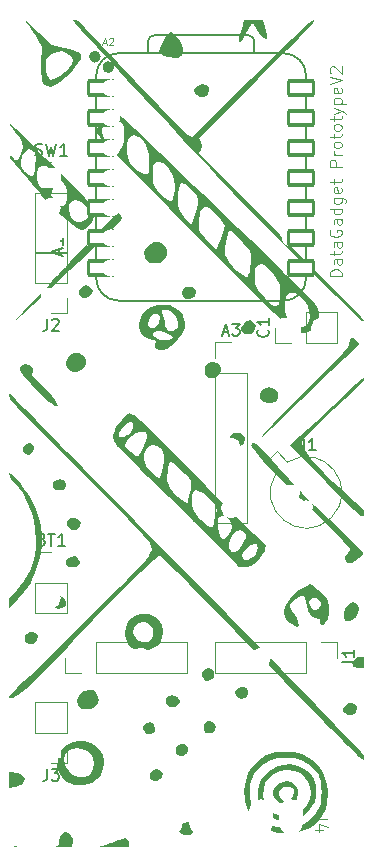
<source format=gto>
%TF.GenerationSoftware,KiCad,Pcbnew,8.0.5*%
%TF.CreationDate,2024-11-23T17:52:30+00:00*%
%TF.ProjectId,DataGadget,44617461-4761-4646-9765-742e6b696361,rev?*%
%TF.SameCoordinates,Original*%
%TF.FileFunction,Legend,Top*%
%TF.FilePolarity,Positive*%
%FSLAX46Y46*%
G04 Gerber Fmt 4.6, Leading zero omitted, Abs format (unit mm)*
G04 Created by KiCad (PCBNEW 8.0.5) date 2024-11-23 17:52:30*
%MOMM*%
%LPD*%
G01*
G04 APERTURE LIST*
G04 Aperture macros list*
%AMRoundRect*
0 Rectangle with rounded corners*
0 $1 Rounding radius*
0 $2 $3 $4 $5 $6 $7 $8 $9 X,Y pos of 4 corners*
0 Add a 4 corners polygon primitive as box body*
4,1,4,$2,$3,$4,$5,$6,$7,$8,$9,$2,$3,0*
0 Add four circle primitives for the rounded corners*
1,1,$1+$1,$2,$3*
1,1,$1+$1,$4,$5*
1,1,$1+$1,$6,$7*
1,1,$1+$1,$8,$9*
0 Add four rect primitives between the rounded corners*
20,1,$1+$1,$2,$3,$4,$5,0*
20,1,$1+$1,$4,$5,$6,$7,0*
20,1,$1+$1,$6,$7,$8,$9,0*
20,1,$1+$1,$8,$9,$2,$3,0*%
G04 Aperture macros list end*
%ADD10C,0.100000*%
%ADD11C,0.150000*%
%ADD12C,0.101600*%
%ADD13C,0.120000*%
%ADD14C,0.127000*%
%ADD15C,0.504000*%
%ADD16C,0.000000*%
%ADD17R,1.700000X1.700000*%
%ADD18O,1.700000X1.700000*%
%ADD19O,2.000000X3.000000*%
%ADD20RoundRect,0.152400X1.063600X0.609600X-1.063600X0.609600X-1.063600X-0.609600X1.063600X-0.609600X0*%
%ADD21C,1.524000*%
%ADD22RoundRect,0.152400X-1.063600X-0.609600X1.063600X-0.609600X1.063600X0.609600X-1.063600X0.609600X0*%
%ADD23O,1.600000X1.200000*%
%ADD24O,1.200000X1.200000*%
G04 APERTURE END LIST*
D10*
X105872419Y-94696115D02*
X104872419Y-94696115D01*
X104872419Y-94696115D02*
X104872419Y-94458020D01*
X104872419Y-94458020D02*
X104920038Y-94315163D01*
X104920038Y-94315163D02*
X105015276Y-94219925D01*
X105015276Y-94219925D02*
X105110514Y-94172306D01*
X105110514Y-94172306D02*
X105300990Y-94124687D01*
X105300990Y-94124687D02*
X105443847Y-94124687D01*
X105443847Y-94124687D02*
X105634323Y-94172306D01*
X105634323Y-94172306D02*
X105729561Y-94219925D01*
X105729561Y-94219925D02*
X105824800Y-94315163D01*
X105824800Y-94315163D02*
X105872419Y-94458020D01*
X105872419Y-94458020D02*
X105872419Y-94696115D01*
X105872419Y-93267544D02*
X105348609Y-93267544D01*
X105348609Y-93267544D02*
X105253371Y-93315163D01*
X105253371Y-93315163D02*
X105205752Y-93410401D01*
X105205752Y-93410401D02*
X105205752Y-93600877D01*
X105205752Y-93600877D02*
X105253371Y-93696115D01*
X105824800Y-93267544D02*
X105872419Y-93362782D01*
X105872419Y-93362782D02*
X105872419Y-93600877D01*
X105872419Y-93600877D02*
X105824800Y-93696115D01*
X105824800Y-93696115D02*
X105729561Y-93743734D01*
X105729561Y-93743734D02*
X105634323Y-93743734D01*
X105634323Y-93743734D02*
X105539085Y-93696115D01*
X105539085Y-93696115D02*
X105491466Y-93600877D01*
X105491466Y-93600877D02*
X105491466Y-93362782D01*
X105491466Y-93362782D02*
X105443847Y-93267544D01*
X105205752Y-92934210D02*
X105205752Y-92553258D01*
X104872419Y-92791353D02*
X105729561Y-92791353D01*
X105729561Y-92791353D02*
X105824800Y-92743734D01*
X105824800Y-92743734D02*
X105872419Y-92648496D01*
X105872419Y-92648496D02*
X105872419Y-92553258D01*
X105872419Y-91791353D02*
X105348609Y-91791353D01*
X105348609Y-91791353D02*
X105253371Y-91838972D01*
X105253371Y-91838972D02*
X105205752Y-91934210D01*
X105205752Y-91934210D02*
X105205752Y-92124686D01*
X105205752Y-92124686D02*
X105253371Y-92219924D01*
X105824800Y-91791353D02*
X105872419Y-91886591D01*
X105872419Y-91886591D02*
X105872419Y-92124686D01*
X105872419Y-92124686D02*
X105824800Y-92219924D01*
X105824800Y-92219924D02*
X105729561Y-92267543D01*
X105729561Y-92267543D02*
X105634323Y-92267543D01*
X105634323Y-92267543D02*
X105539085Y-92219924D01*
X105539085Y-92219924D02*
X105491466Y-92124686D01*
X105491466Y-92124686D02*
X105491466Y-91886591D01*
X105491466Y-91886591D02*
X105443847Y-91791353D01*
X104920038Y-90791353D02*
X104872419Y-90886591D01*
X104872419Y-90886591D02*
X104872419Y-91029448D01*
X104872419Y-91029448D02*
X104920038Y-91172305D01*
X104920038Y-91172305D02*
X105015276Y-91267543D01*
X105015276Y-91267543D02*
X105110514Y-91315162D01*
X105110514Y-91315162D02*
X105300990Y-91362781D01*
X105300990Y-91362781D02*
X105443847Y-91362781D01*
X105443847Y-91362781D02*
X105634323Y-91315162D01*
X105634323Y-91315162D02*
X105729561Y-91267543D01*
X105729561Y-91267543D02*
X105824800Y-91172305D01*
X105824800Y-91172305D02*
X105872419Y-91029448D01*
X105872419Y-91029448D02*
X105872419Y-90934210D01*
X105872419Y-90934210D02*
X105824800Y-90791353D01*
X105824800Y-90791353D02*
X105777180Y-90743734D01*
X105777180Y-90743734D02*
X105443847Y-90743734D01*
X105443847Y-90743734D02*
X105443847Y-90934210D01*
X105872419Y-89886591D02*
X105348609Y-89886591D01*
X105348609Y-89886591D02*
X105253371Y-89934210D01*
X105253371Y-89934210D02*
X105205752Y-90029448D01*
X105205752Y-90029448D02*
X105205752Y-90219924D01*
X105205752Y-90219924D02*
X105253371Y-90315162D01*
X105824800Y-89886591D02*
X105872419Y-89981829D01*
X105872419Y-89981829D02*
X105872419Y-90219924D01*
X105872419Y-90219924D02*
X105824800Y-90315162D01*
X105824800Y-90315162D02*
X105729561Y-90362781D01*
X105729561Y-90362781D02*
X105634323Y-90362781D01*
X105634323Y-90362781D02*
X105539085Y-90315162D01*
X105539085Y-90315162D02*
X105491466Y-90219924D01*
X105491466Y-90219924D02*
X105491466Y-89981829D01*
X105491466Y-89981829D02*
X105443847Y-89886591D01*
X105872419Y-88981829D02*
X104872419Y-88981829D01*
X105824800Y-88981829D02*
X105872419Y-89077067D01*
X105872419Y-89077067D02*
X105872419Y-89267543D01*
X105872419Y-89267543D02*
X105824800Y-89362781D01*
X105824800Y-89362781D02*
X105777180Y-89410400D01*
X105777180Y-89410400D02*
X105681942Y-89458019D01*
X105681942Y-89458019D02*
X105396228Y-89458019D01*
X105396228Y-89458019D02*
X105300990Y-89410400D01*
X105300990Y-89410400D02*
X105253371Y-89362781D01*
X105253371Y-89362781D02*
X105205752Y-89267543D01*
X105205752Y-89267543D02*
X105205752Y-89077067D01*
X105205752Y-89077067D02*
X105253371Y-88981829D01*
X105205752Y-88077067D02*
X106015276Y-88077067D01*
X106015276Y-88077067D02*
X106110514Y-88124686D01*
X106110514Y-88124686D02*
X106158133Y-88172305D01*
X106158133Y-88172305D02*
X106205752Y-88267543D01*
X106205752Y-88267543D02*
X106205752Y-88410400D01*
X106205752Y-88410400D02*
X106158133Y-88505638D01*
X105824800Y-88077067D02*
X105872419Y-88172305D01*
X105872419Y-88172305D02*
X105872419Y-88362781D01*
X105872419Y-88362781D02*
X105824800Y-88458019D01*
X105824800Y-88458019D02*
X105777180Y-88505638D01*
X105777180Y-88505638D02*
X105681942Y-88553257D01*
X105681942Y-88553257D02*
X105396228Y-88553257D01*
X105396228Y-88553257D02*
X105300990Y-88505638D01*
X105300990Y-88505638D02*
X105253371Y-88458019D01*
X105253371Y-88458019D02*
X105205752Y-88362781D01*
X105205752Y-88362781D02*
X105205752Y-88172305D01*
X105205752Y-88172305D02*
X105253371Y-88077067D01*
X105824800Y-87219924D02*
X105872419Y-87315162D01*
X105872419Y-87315162D02*
X105872419Y-87505638D01*
X105872419Y-87505638D02*
X105824800Y-87600876D01*
X105824800Y-87600876D02*
X105729561Y-87648495D01*
X105729561Y-87648495D02*
X105348609Y-87648495D01*
X105348609Y-87648495D02*
X105253371Y-87600876D01*
X105253371Y-87600876D02*
X105205752Y-87505638D01*
X105205752Y-87505638D02*
X105205752Y-87315162D01*
X105205752Y-87315162D02*
X105253371Y-87219924D01*
X105253371Y-87219924D02*
X105348609Y-87172305D01*
X105348609Y-87172305D02*
X105443847Y-87172305D01*
X105443847Y-87172305D02*
X105539085Y-87648495D01*
X105205752Y-86886590D02*
X105205752Y-86505638D01*
X104872419Y-86743733D02*
X105729561Y-86743733D01*
X105729561Y-86743733D02*
X105824800Y-86696114D01*
X105824800Y-86696114D02*
X105872419Y-86600876D01*
X105872419Y-86600876D02*
X105872419Y-86505638D01*
X105872419Y-85410399D02*
X104872419Y-85410399D01*
X104872419Y-85410399D02*
X104872419Y-85029447D01*
X104872419Y-85029447D02*
X104920038Y-84934209D01*
X104920038Y-84934209D02*
X104967657Y-84886590D01*
X104967657Y-84886590D02*
X105062895Y-84838971D01*
X105062895Y-84838971D02*
X105205752Y-84838971D01*
X105205752Y-84838971D02*
X105300990Y-84886590D01*
X105300990Y-84886590D02*
X105348609Y-84934209D01*
X105348609Y-84934209D02*
X105396228Y-85029447D01*
X105396228Y-85029447D02*
X105396228Y-85410399D01*
X105872419Y-84410399D02*
X105205752Y-84410399D01*
X105396228Y-84410399D02*
X105300990Y-84362780D01*
X105300990Y-84362780D02*
X105253371Y-84315161D01*
X105253371Y-84315161D02*
X105205752Y-84219923D01*
X105205752Y-84219923D02*
X105205752Y-84124685D01*
X105872419Y-83648494D02*
X105824800Y-83743732D01*
X105824800Y-83743732D02*
X105777180Y-83791351D01*
X105777180Y-83791351D02*
X105681942Y-83838970D01*
X105681942Y-83838970D02*
X105396228Y-83838970D01*
X105396228Y-83838970D02*
X105300990Y-83791351D01*
X105300990Y-83791351D02*
X105253371Y-83743732D01*
X105253371Y-83743732D02*
X105205752Y-83648494D01*
X105205752Y-83648494D02*
X105205752Y-83505637D01*
X105205752Y-83505637D02*
X105253371Y-83410399D01*
X105253371Y-83410399D02*
X105300990Y-83362780D01*
X105300990Y-83362780D02*
X105396228Y-83315161D01*
X105396228Y-83315161D02*
X105681942Y-83315161D01*
X105681942Y-83315161D02*
X105777180Y-83362780D01*
X105777180Y-83362780D02*
X105824800Y-83410399D01*
X105824800Y-83410399D02*
X105872419Y-83505637D01*
X105872419Y-83505637D02*
X105872419Y-83648494D01*
X105205752Y-83029446D02*
X105205752Y-82648494D01*
X104872419Y-82886589D02*
X105729561Y-82886589D01*
X105729561Y-82886589D02*
X105824800Y-82838970D01*
X105824800Y-82838970D02*
X105872419Y-82743732D01*
X105872419Y-82743732D02*
X105872419Y-82648494D01*
X105872419Y-82172303D02*
X105824800Y-82267541D01*
X105824800Y-82267541D02*
X105777180Y-82315160D01*
X105777180Y-82315160D02*
X105681942Y-82362779D01*
X105681942Y-82362779D02*
X105396228Y-82362779D01*
X105396228Y-82362779D02*
X105300990Y-82315160D01*
X105300990Y-82315160D02*
X105253371Y-82267541D01*
X105253371Y-82267541D02*
X105205752Y-82172303D01*
X105205752Y-82172303D02*
X105205752Y-82029446D01*
X105205752Y-82029446D02*
X105253371Y-81934208D01*
X105253371Y-81934208D02*
X105300990Y-81886589D01*
X105300990Y-81886589D02*
X105396228Y-81838970D01*
X105396228Y-81838970D02*
X105681942Y-81838970D01*
X105681942Y-81838970D02*
X105777180Y-81886589D01*
X105777180Y-81886589D02*
X105824800Y-81934208D01*
X105824800Y-81934208D02*
X105872419Y-82029446D01*
X105872419Y-82029446D02*
X105872419Y-82172303D01*
X105205752Y-81553255D02*
X105205752Y-81172303D01*
X104872419Y-81410398D02*
X105729561Y-81410398D01*
X105729561Y-81410398D02*
X105824800Y-81362779D01*
X105824800Y-81362779D02*
X105872419Y-81267541D01*
X105872419Y-81267541D02*
X105872419Y-81172303D01*
X105205752Y-80934207D02*
X105872419Y-80696112D01*
X105205752Y-80458017D02*
X105872419Y-80696112D01*
X105872419Y-80696112D02*
X106110514Y-80791350D01*
X106110514Y-80791350D02*
X106158133Y-80838969D01*
X106158133Y-80838969D02*
X106205752Y-80934207D01*
X105205752Y-80077064D02*
X106205752Y-80077064D01*
X105253371Y-80077064D02*
X105205752Y-79981826D01*
X105205752Y-79981826D02*
X105205752Y-79791350D01*
X105205752Y-79791350D02*
X105253371Y-79696112D01*
X105253371Y-79696112D02*
X105300990Y-79648493D01*
X105300990Y-79648493D02*
X105396228Y-79600874D01*
X105396228Y-79600874D02*
X105681942Y-79600874D01*
X105681942Y-79600874D02*
X105777180Y-79648493D01*
X105777180Y-79648493D02*
X105824800Y-79696112D01*
X105824800Y-79696112D02*
X105872419Y-79791350D01*
X105872419Y-79791350D02*
X105872419Y-79981826D01*
X105872419Y-79981826D02*
X105824800Y-80077064D01*
X105824800Y-78791350D02*
X105872419Y-78886588D01*
X105872419Y-78886588D02*
X105872419Y-79077064D01*
X105872419Y-79077064D02*
X105824800Y-79172302D01*
X105824800Y-79172302D02*
X105729561Y-79219921D01*
X105729561Y-79219921D02*
X105348609Y-79219921D01*
X105348609Y-79219921D02*
X105253371Y-79172302D01*
X105253371Y-79172302D02*
X105205752Y-79077064D01*
X105205752Y-79077064D02*
X105205752Y-78886588D01*
X105205752Y-78886588D02*
X105253371Y-78791350D01*
X105253371Y-78791350D02*
X105348609Y-78743731D01*
X105348609Y-78743731D02*
X105443847Y-78743731D01*
X105443847Y-78743731D02*
X105539085Y-79219921D01*
X104872419Y-78458016D02*
X105872419Y-78124683D01*
X105872419Y-78124683D02*
X104872419Y-77791350D01*
X104967657Y-77505635D02*
X104920038Y-77458016D01*
X104920038Y-77458016D02*
X104872419Y-77362778D01*
X104872419Y-77362778D02*
X104872419Y-77124683D01*
X104872419Y-77124683D02*
X104920038Y-77029445D01*
X104920038Y-77029445D02*
X104967657Y-76981826D01*
X104967657Y-76981826D02*
X105062895Y-76934207D01*
X105062895Y-76934207D02*
X105158133Y-76934207D01*
X105158133Y-76934207D02*
X105300990Y-76981826D01*
X105300990Y-76981826D02*
X105872419Y-77553254D01*
X105872419Y-77553254D02*
X105872419Y-76934207D01*
D11*
X81969104Y-92884285D02*
X81969104Y-92408095D01*
X82254819Y-92979523D02*
X81254819Y-92646190D01*
X81254819Y-92646190D02*
X82254819Y-92312857D01*
X82254819Y-91455714D02*
X82254819Y-92027142D01*
X82254819Y-91741428D02*
X81254819Y-91741428D01*
X81254819Y-91741428D02*
X81397676Y-91836666D01*
X81397676Y-91836666D02*
X81492914Y-91931904D01*
X81492914Y-91931904D02*
X81540533Y-92027142D01*
X105924819Y-127333333D02*
X106639104Y-127333333D01*
X106639104Y-127333333D02*
X106781961Y-127380952D01*
X106781961Y-127380952D02*
X106877200Y-127476190D01*
X106877200Y-127476190D02*
X106924819Y-127619047D01*
X106924819Y-127619047D02*
X106924819Y-127714285D01*
X106924819Y-126333333D02*
X106924819Y-126904761D01*
X106924819Y-126619047D02*
X105924819Y-126619047D01*
X105924819Y-126619047D02*
X106067676Y-126714285D01*
X106067676Y-126714285D02*
X106162914Y-126809523D01*
X106162914Y-126809523D02*
X106210533Y-126904761D01*
X95805714Y-99439104D02*
X96281904Y-99439104D01*
X95710476Y-99724819D02*
X96043809Y-98724819D01*
X96043809Y-98724819D02*
X96377142Y-99724819D01*
X96615238Y-98724819D02*
X97234285Y-98724819D01*
X97234285Y-98724819D02*
X96900952Y-99105771D01*
X96900952Y-99105771D02*
X97043809Y-99105771D01*
X97043809Y-99105771D02*
X97139047Y-99153390D01*
X97139047Y-99153390D02*
X97186666Y-99201009D01*
X97186666Y-99201009D02*
X97234285Y-99296247D01*
X97234285Y-99296247D02*
X97234285Y-99534342D01*
X97234285Y-99534342D02*
X97186666Y-99629580D01*
X97186666Y-99629580D02*
X97139047Y-99677200D01*
X97139047Y-99677200D02*
X97043809Y-99724819D01*
X97043809Y-99724819D02*
X96758095Y-99724819D01*
X96758095Y-99724819D02*
X96662857Y-99677200D01*
X96662857Y-99677200D02*
X96615238Y-99629580D01*
X80494285Y-116981009D02*
X80637142Y-117028628D01*
X80637142Y-117028628D02*
X80684761Y-117076247D01*
X80684761Y-117076247D02*
X80732380Y-117171485D01*
X80732380Y-117171485D02*
X80732380Y-117314342D01*
X80732380Y-117314342D02*
X80684761Y-117409580D01*
X80684761Y-117409580D02*
X80637142Y-117457200D01*
X80637142Y-117457200D02*
X80541904Y-117504819D01*
X80541904Y-117504819D02*
X80160952Y-117504819D01*
X80160952Y-117504819D02*
X80160952Y-116504819D01*
X80160952Y-116504819D02*
X80494285Y-116504819D01*
X80494285Y-116504819D02*
X80589523Y-116552438D01*
X80589523Y-116552438D02*
X80637142Y-116600057D01*
X80637142Y-116600057D02*
X80684761Y-116695295D01*
X80684761Y-116695295D02*
X80684761Y-116790533D01*
X80684761Y-116790533D02*
X80637142Y-116885771D01*
X80637142Y-116885771D02*
X80589523Y-116933390D01*
X80589523Y-116933390D02*
X80494285Y-116981009D01*
X80494285Y-116981009D02*
X80160952Y-116981009D01*
X81018095Y-116504819D02*
X81589523Y-116504819D01*
X81303809Y-117504819D02*
X81303809Y-116504819D01*
X82446666Y-117504819D02*
X81875238Y-117504819D01*
X82160952Y-117504819D02*
X82160952Y-116504819D01*
X82160952Y-116504819D02*
X82065714Y-116647676D01*
X82065714Y-116647676D02*
X81970476Y-116742914D01*
X81970476Y-116742914D02*
X81875238Y-116790533D01*
X79946667Y-84437200D02*
X80089524Y-84484819D01*
X80089524Y-84484819D02*
X80327619Y-84484819D01*
X80327619Y-84484819D02*
X80422857Y-84437200D01*
X80422857Y-84437200D02*
X80470476Y-84389580D01*
X80470476Y-84389580D02*
X80518095Y-84294342D01*
X80518095Y-84294342D02*
X80518095Y-84199104D01*
X80518095Y-84199104D02*
X80470476Y-84103866D01*
X80470476Y-84103866D02*
X80422857Y-84056247D01*
X80422857Y-84056247D02*
X80327619Y-84008628D01*
X80327619Y-84008628D02*
X80137143Y-83961009D01*
X80137143Y-83961009D02*
X80041905Y-83913390D01*
X80041905Y-83913390D02*
X79994286Y-83865771D01*
X79994286Y-83865771D02*
X79946667Y-83770533D01*
X79946667Y-83770533D02*
X79946667Y-83675295D01*
X79946667Y-83675295D02*
X79994286Y-83580057D01*
X79994286Y-83580057D02*
X80041905Y-83532438D01*
X80041905Y-83532438D02*
X80137143Y-83484819D01*
X80137143Y-83484819D02*
X80375238Y-83484819D01*
X80375238Y-83484819D02*
X80518095Y-83532438D01*
X80851429Y-83484819D02*
X81089524Y-84484819D01*
X81089524Y-84484819D02*
X81280000Y-83770533D01*
X81280000Y-83770533D02*
X81470476Y-84484819D01*
X81470476Y-84484819D02*
X81708572Y-83484819D01*
X82613333Y-84484819D02*
X82041905Y-84484819D01*
X82327619Y-84484819D02*
X82327619Y-83484819D01*
X82327619Y-83484819D02*
X82232381Y-83627676D01*
X82232381Y-83627676D02*
X82137143Y-83722914D01*
X82137143Y-83722914D02*
X82041905Y-83770533D01*
X80946666Y-98304819D02*
X80946666Y-99019104D01*
X80946666Y-99019104D02*
X80899047Y-99161961D01*
X80899047Y-99161961D02*
X80803809Y-99257200D01*
X80803809Y-99257200D02*
X80660952Y-99304819D01*
X80660952Y-99304819D02*
X80565714Y-99304819D01*
X81375238Y-98400057D02*
X81422857Y-98352438D01*
X81422857Y-98352438D02*
X81518095Y-98304819D01*
X81518095Y-98304819D02*
X81756190Y-98304819D01*
X81756190Y-98304819D02*
X81851428Y-98352438D01*
X81851428Y-98352438D02*
X81899047Y-98400057D01*
X81899047Y-98400057D02*
X81946666Y-98495295D01*
X81946666Y-98495295D02*
X81946666Y-98590533D01*
X81946666Y-98590533D02*
X81899047Y-98733390D01*
X81899047Y-98733390D02*
X81327619Y-99304819D01*
X81327619Y-99304819D02*
X81946666Y-99304819D01*
D10*
X104642580Y-140666666D02*
X103928295Y-140666666D01*
X103928295Y-140666666D02*
X103785438Y-140619047D01*
X103785438Y-140619047D02*
X103690200Y-140523809D01*
X103690200Y-140523809D02*
X103642580Y-140380952D01*
X103642580Y-140380952D02*
X103642580Y-140285714D01*
X104309247Y-141571428D02*
X103642580Y-141571428D01*
X104690200Y-141333333D02*
X103975914Y-141095238D01*
X103975914Y-141095238D02*
X103975914Y-141714285D01*
D11*
X99629580Y-99226666D02*
X99677200Y-99274285D01*
X99677200Y-99274285D02*
X99724819Y-99417142D01*
X99724819Y-99417142D02*
X99724819Y-99512380D01*
X99724819Y-99512380D02*
X99677200Y-99655237D01*
X99677200Y-99655237D02*
X99581961Y-99750475D01*
X99581961Y-99750475D02*
X99486723Y-99798094D01*
X99486723Y-99798094D02*
X99296247Y-99845713D01*
X99296247Y-99845713D02*
X99153390Y-99845713D01*
X99153390Y-99845713D02*
X98962914Y-99798094D01*
X98962914Y-99798094D02*
X98867676Y-99750475D01*
X98867676Y-99750475D02*
X98772438Y-99655237D01*
X98772438Y-99655237D02*
X98724819Y-99512380D01*
X98724819Y-99512380D02*
X98724819Y-99417142D01*
X98724819Y-99417142D02*
X98772438Y-99274285D01*
X98772438Y-99274285D02*
X98820057Y-99226666D01*
X99724819Y-98274285D02*
X99724819Y-98845713D01*
X99724819Y-98559999D02*
X98724819Y-98559999D01*
X98724819Y-98559999D02*
X98867676Y-98655237D01*
X98867676Y-98655237D02*
X98962914Y-98750475D01*
X98962914Y-98750475D02*
X99010533Y-98845713D01*
D12*
X85646428Y-74967050D02*
X85948809Y-74967050D01*
X85585952Y-75148479D02*
X85797618Y-74513479D01*
X85797618Y-74513479D02*
X86009285Y-75148479D01*
X86190714Y-74573955D02*
X86220952Y-74543717D01*
X86220952Y-74543717D02*
X86281428Y-74513479D01*
X86281428Y-74513479D02*
X86432619Y-74513479D01*
X86432619Y-74513479D02*
X86493095Y-74543717D01*
X86493095Y-74543717D02*
X86523333Y-74573955D01*
X86523333Y-74573955D02*
X86553571Y-74634431D01*
X86553571Y-74634431D02*
X86553571Y-74694907D01*
X86553571Y-74694907D02*
X86523333Y-74785621D01*
X86523333Y-74785621D02*
X86160476Y-75148479D01*
X86160476Y-75148479D02*
X86553571Y-75148479D01*
D11*
X80946666Y-136404819D02*
X80946666Y-137119104D01*
X80946666Y-137119104D02*
X80899047Y-137261961D01*
X80899047Y-137261961D02*
X80803809Y-137357200D01*
X80803809Y-137357200D02*
X80660952Y-137404819D01*
X80660952Y-137404819D02*
X80565714Y-137404819D01*
X81327619Y-136404819D02*
X81946666Y-136404819D01*
X81946666Y-136404819D02*
X81613333Y-136785771D01*
X81613333Y-136785771D02*
X81756190Y-136785771D01*
X81756190Y-136785771D02*
X81851428Y-136833390D01*
X81851428Y-136833390D02*
X81899047Y-136881009D01*
X81899047Y-136881009D02*
X81946666Y-136976247D01*
X81946666Y-136976247D02*
X81946666Y-137214342D01*
X81946666Y-137214342D02*
X81899047Y-137309580D01*
X81899047Y-137309580D02*
X81851428Y-137357200D01*
X81851428Y-137357200D02*
X81756190Y-137404819D01*
X81756190Y-137404819D02*
X81470476Y-137404819D01*
X81470476Y-137404819D02*
X81375238Y-137357200D01*
X81375238Y-137357200D02*
X81327619Y-137309580D01*
X102774761Y-109530057D02*
X102679523Y-109482438D01*
X102679523Y-109482438D02*
X102584285Y-109387200D01*
X102584285Y-109387200D02*
X102441428Y-109244342D01*
X102441428Y-109244342D02*
X102346190Y-109196723D01*
X102346190Y-109196723D02*
X102250952Y-109196723D01*
X102298571Y-109434819D02*
X102203333Y-109387200D01*
X102203333Y-109387200D02*
X102108095Y-109291961D01*
X102108095Y-109291961D02*
X102060476Y-109101485D01*
X102060476Y-109101485D02*
X102060476Y-108768152D01*
X102060476Y-108768152D02*
X102108095Y-108577676D01*
X102108095Y-108577676D02*
X102203333Y-108482438D01*
X102203333Y-108482438D02*
X102298571Y-108434819D01*
X102298571Y-108434819D02*
X102489047Y-108434819D01*
X102489047Y-108434819D02*
X102584285Y-108482438D01*
X102584285Y-108482438D02*
X102679523Y-108577676D01*
X102679523Y-108577676D02*
X102727142Y-108768152D01*
X102727142Y-108768152D02*
X102727142Y-109101485D01*
X102727142Y-109101485D02*
X102679523Y-109291961D01*
X102679523Y-109291961D02*
X102584285Y-109387200D01*
X102584285Y-109387200D02*
X102489047Y-109434819D01*
X102489047Y-109434819D02*
X102298571Y-109434819D01*
X103679523Y-109434819D02*
X103108095Y-109434819D01*
X103393809Y-109434819D02*
X103393809Y-108434819D01*
X103393809Y-108434819D02*
X103298571Y-108577676D01*
X103298571Y-108577676D02*
X103203333Y-108672914D01*
X103203333Y-108672914D02*
X103108095Y-108720533D01*
D13*
%TO.C,A1*%
X82490000Y-128330000D02*
X82490000Y-127000000D01*
X83820000Y-128330000D02*
X82490000Y-128330000D01*
X85090000Y-128330000D02*
X92770000Y-128330000D01*
X85090000Y-128330000D02*
X85090000Y-125670000D01*
X92770000Y-128330000D02*
X92770000Y-125670000D01*
X85090000Y-125670000D02*
X92770000Y-125670000D01*
%TO.C,J1*%
X105470000Y-125670000D02*
X105470000Y-127000000D01*
X104140000Y-125670000D02*
X105470000Y-125670000D01*
X102870000Y-125670000D02*
X95190000Y-125670000D01*
X102870000Y-125670000D02*
X102870000Y-128330000D01*
X95190000Y-125670000D02*
X95190000Y-128330000D01*
X102870000Y-128330000D02*
X95190000Y-128330000D01*
%TO.C,A3*%
X95190000Y-100270000D02*
X96520000Y-100270000D01*
X95190000Y-101600000D02*
X95190000Y-100270000D01*
X95190000Y-102870000D02*
X95190000Y-115630000D01*
X95190000Y-102870000D02*
X97850000Y-102870000D01*
X95190000Y-115630000D02*
X97850000Y-115630000D01*
X97850000Y-102870000D02*
X97850000Y-115630000D01*
%TO.C,BT1*%
X79950000Y-118050000D02*
X81280000Y-118050000D01*
X79950000Y-119380000D02*
X79950000Y-118050000D01*
X79950000Y-120650000D02*
X79950000Y-123250000D01*
X79950000Y-120650000D02*
X82610000Y-120650000D01*
X79950000Y-123250000D02*
X82610000Y-123250000D01*
X82610000Y-120650000D02*
X82610000Y-123250000D01*
%TO.C,SW1*%
X79950000Y-85030000D02*
X81280000Y-85030000D01*
X79950000Y-86360000D02*
X79950000Y-85030000D01*
X79950000Y-87630000D02*
X79950000Y-92770000D01*
X79950000Y-87630000D02*
X82610000Y-87630000D01*
X79950000Y-92770000D02*
X82610000Y-92770000D01*
X82610000Y-87630000D02*
X82610000Y-92770000D01*
%TO.C,J2*%
X79950000Y-95250000D02*
X79950000Y-92650000D01*
X82610000Y-92650000D02*
X79950000Y-92650000D01*
X82610000Y-95250000D02*
X79950000Y-95250000D01*
X82610000Y-95250000D02*
X82610000Y-92650000D01*
X82610000Y-96520000D02*
X82610000Y-97850000D01*
X82610000Y-97850000D02*
X81280000Y-97850000D01*
%TO.C,C1*%
X100270000Y-100390000D02*
X100270000Y-99060000D01*
X101600000Y-100390000D02*
X100270000Y-100390000D01*
X102870000Y-97730000D02*
X105470000Y-97730000D01*
X102870000Y-100390000D02*
X102870000Y-97730000D01*
X102870000Y-100390000D02*
X105470000Y-100390000D01*
X105470000Y-100390000D02*
X105470000Y-97730000D01*
D14*
%TO.C,A2*%
X85090000Y-94869000D02*
X85090000Y-77724000D01*
X86995000Y-96774000D02*
X100965000Y-96774000D01*
X89485000Y-75819000D02*
X89488728Y-74808728D01*
X89988728Y-74309000D02*
X97984000Y-74309000D01*
X98484000Y-74809000D02*
X98484000Y-75819000D01*
D10*
X100965000Y-75819000D02*
X86995000Y-75819000D01*
D14*
X100965000Y-75819000D02*
X86995000Y-75819000D01*
X102870000Y-94869000D02*
X102870000Y-77724000D01*
X85090000Y-77724000D02*
G75*
G02*
X86995000Y-75819000I1905001J-1D01*
G01*
X86995000Y-96774000D02*
G75*
G02*
X85090000Y-94869000I1J1905001D01*
G01*
X89488728Y-74808728D02*
G75*
G02*
X89988728Y-74309001I500018J-291D01*
G01*
X97984000Y-74309000D02*
G75*
G02*
X98484000Y-74809000I0J-500000D01*
G01*
X100965000Y-75819000D02*
G75*
G02*
X102870000Y-77724000I0J-1905000D01*
G01*
X102870000Y-94869000D02*
G75*
G02*
X100965000Y-96774000I-1905000J0D01*
G01*
D15*
X85232000Y-76110000D02*
G75*
G02*
X84728000Y-76110000I-252000J0D01*
G01*
X84728000Y-76110000D02*
G75*
G02*
X85232000Y-76110000I252000J0D01*
G01*
X86375000Y-76990000D02*
G75*
G02*
X85871000Y-76990000I-252000J0D01*
G01*
X85871000Y-76990000D02*
G75*
G02*
X86375000Y-76990000I252000J0D01*
G01*
D13*
%TO.C,J3*%
X79950000Y-133350000D02*
X79950000Y-130750000D01*
X82610000Y-130750000D02*
X79950000Y-130750000D01*
X82610000Y-133350000D02*
X79950000Y-133350000D01*
X82610000Y-133350000D02*
X82610000Y-130750000D01*
X82610000Y-134620000D02*
X82610000Y-135950000D01*
X82610000Y-135950000D02*
X81280000Y-135950000D01*
D16*
%TO.C,G\u002A\u002A\u002A*%
G36*
X78526296Y-142989068D02*
G01*
X78537611Y-142990210D01*
X78617727Y-143005910D01*
X78545189Y-143017819D01*
X78336668Y-143023864D01*
X78264333Y-143024217D01*
X78017175Y-143020487D01*
X77894906Y-143009986D01*
X77917469Y-142994795D01*
X77944944Y-142990893D01*
X78224927Y-142976679D01*
X78526296Y-142989068D01*
G37*
G36*
X107753725Y-127409833D02*
G01*
X107779117Y-127896667D01*
X107478558Y-127896667D01*
X107172413Y-127835584D01*
X107008666Y-127727333D01*
X106862956Y-127522008D01*
X106871757Y-127322916D01*
X106989378Y-127137461D01*
X107221800Y-126978568D01*
X107433878Y-126937582D01*
X107728333Y-126923000D01*
X107753725Y-127409833D01*
G37*
G36*
X77946833Y-136702472D02*
G01*
X78364033Y-136747113D01*
X78699932Y-136868386D01*
X78930122Y-137050048D01*
X79030195Y-137275860D01*
X79020046Y-137416572D01*
X78900145Y-137650540D01*
X78664108Y-137812669D01*
X78291071Y-137915526D01*
X78158500Y-137935512D01*
X77714000Y-137993815D01*
X77714000Y-137347907D01*
X77714000Y-136702000D01*
X77946833Y-136702472D01*
G37*
G36*
X89884613Y-132538799D02*
G01*
X90026272Y-132714819D01*
X90080047Y-132945159D01*
X90033147Y-133178251D01*
X89887161Y-133352866D01*
X89622248Y-133472222D01*
X89379129Y-133429293D01*
X89187970Y-133282334D01*
X89053292Y-133055762D01*
X89063476Y-132826945D01*
X89198109Y-132630492D01*
X89436780Y-132501013D01*
X89667859Y-132468667D01*
X89884613Y-132538799D01*
G37*
G36*
X79999630Y-124900946D02*
G01*
X80141653Y-125098278D01*
X80169333Y-125267807D01*
X80095306Y-125531059D01*
X79905681Y-125729121D01*
X79649144Y-125837845D01*
X79374380Y-125833089D01*
X79197737Y-125749651D01*
X79072375Y-125565855D01*
X79041052Y-125317276D01*
X79103292Y-125079632D01*
X79202722Y-124960005D01*
X79492230Y-124819730D01*
X79770511Y-124804070D01*
X79999630Y-124900946D01*
G37*
G36*
X90495813Y-136509188D02*
G01*
X90683939Y-136666991D01*
X90751766Y-136882763D01*
X90684254Y-137117859D01*
X90529581Y-137288521D01*
X90238798Y-137439585D01*
X89961143Y-137439770D01*
X89803731Y-137358167D01*
X89645861Y-137147899D01*
X89623780Y-136909719D01*
X89719071Y-136685671D01*
X89913316Y-136517800D01*
X90188096Y-136448151D01*
X90202430Y-136448000D01*
X90495813Y-136509188D01*
G37*
G36*
X90495813Y-136509188D02*
G01*
X90683939Y-136666991D01*
X90751766Y-136882763D01*
X90684254Y-137117859D01*
X90529581Y-137288521D01*
X90238798Y-137439585D01*
X89961143Y-137439770D01*
X89803731Y-137358167D01*
X89645861Y-137147899D01*
X89623780Y-136909719D01*
X89719071Y-136685671D01*
X89913316Y-136517800D01*
X90188096Y-136448151D01*
X90202430Y-136448000D01*
X90495813Y-136509188D01*
G37*
G36*
X94874634Y-127939664D02*
G01*
X95031981Y-128126597D01*
X95069370Y-128351533D01*
X95038671Y-128620187D01*
X94924731Y-128792374D01*
X94758732Y-128899992D01*
X94539302Y-128986348D01*
X94373629Y-128952943D01*
X94224000Y-128828000D01*
X94080134Y-128585416D01*
X94070326Y-128322709D01*
X94176140Y-128086334D01*
X94379145Y-127922749D01*
X94601933Y-127875500D01*
X94874634Y-127939664D01*
G37*
G36*
X95001338Y-132423741D02*
G01*
X95177442Y-132598102D01*
X95241893Y-132834562D01*
X95177484Y-133088827D01*
X95070666Y-133230667D01*
X94864225Y-133354296D01*
X94617086Y-133396754D01*
X94400950Y-133351976D01*
X94325840Y-133293693D01*
X94188515Y-133023240D01*
X94191050Y-132753614D01*
X94315433Y-132526532D01*
X94543651Y-132383713D01*
X94730790Y-132355778D01*
X95001338Y-132423741D01*
G37*
G36*
X97851723Y-129562583D02*
G01*
X97985247Y-129806248D01*
X97985790Y-129808398D01*
X97983213Y-130090432D01*
X97847452Y-130313794D01*
X97612671Y-130445662D01*
X97314333Y-130453476D01*
X97042360Y-130334086D01*
X96890503Y-130136134D01*
X96870352Y-129900578D01*
X96993497Y-129668379D01*
X97071751Y-129596145D01*
X97357289Y-129448780D01*
X97629841Y-129440509D01*
X97851723Y-129562583D01*
G37*
G36*
X79674622Y-108912250D02*
G01*
X79803958Y-109078777D01*
X79831164Y-109300910D01*
X79747825Y-109533314D01*
X79607581Y-109687188D01*
X79426005Y-109819127D01*
X79302772Y-109849495D01*
X79165515Y-109784371D01*
X79087505Y-109730866D01*
X78930288Y-109537938D01*
X78904191Y-109309056D01*
X78991084Y-109088251D01*
X79172836Y-108919557D01*
X79431318Y-108847007D01*
X79451572Y-108846667D01*
X79674622Y-108912250D01*
G37*
G36*
X82060027Y-121785782D02*
G01*
X82311000Y-121865587D01*
X82472813Y-121995384D01*
X82552133Y-122250253D01*
X82496799Y-122496498D01*
X82339595Y-122700251D01*
X82113309Y-122827646D01*
X81850727Y-122844816D01*
X81700019Y-122793647D01*
X81493129Y-122612775D01*
X81402698Y-122373176D01*
X81423836Y-122123430D01*
X81551653Y-121912118D01*
X81781258Y-121787824D01*
X81801702Y-121783506D01*
X82060027Y-121785782D01*
G37*
G36*
X83521422Y-118525996D02*
G01*
X83593532Y-118602172D01*
X83709749Y-118829025D01*
X83683464Y-119015809D01*
X83556000Y-119176000D01*
X83353225Y-119291462D01*
X83083778Y-119344072D01*
X82820719Y-119328420D01*
X82641600Y-119243733D01*
X82546340Y-119043101D01*
X82561351Y-118799449D01*
X82677122Y-118589449D01*
X82728172Y-118545801D01*
X83000494Y-118430165D01*
X83285251Y-118424889D01*
X83521422Y-118525996D01*
G37*
G36*
X84473837Y-95527057D02*
G01*
X84686207Y-95670198D01*
X84812528Y-95853716D01*
X84826000Y-95930279D01*
X84757988Y-96109430D01*
X84589656Y-96306146D01*
X84374562Y-96467308D01*
X84219503Y-96531816D01*
X83990604Y-96527875D01*
X83817337Y-96408004D01*
X83670763Y-96163380D01*
X83664267Y-95904281D01*
X83778714Y-95673888D01*
X83994966Y-95515381D01*
X84233333Y-95469333D01*
X84473837Y-95527057D01*
G37*
G36*
X93256060Y-95641624D02*
G01*
X93408972Y-95714458D01*
X93529273Y-95910897D01*
X93535043Y-96153712D01*
X93431645Y-96369698D01*
X93356166Y-96435314D01*
X93009943Y-96594443D01*
X92708581Y-96599314D01*
X92551833Y-96525801D01*
X92409545Y-96337222D01*
X92359479Y-96084437D01*
X92406387Y-95840486D01*
X92499027Y-95714458D01*
X92704703Y-95628517D01*
X92984807Y-95604239D01*
X93256060Y-95641624D01*
G37*
G36*
X94411632Y-78506934D02*
G01*
X94603291Y-78672999D01*
X94665987Y-78948426D01*
X94665656Y-78967221D01*
X94587744Y-79258476D01*
X94398761Y-79455862D01*
X94137414Y-79544505D01*
X93842408Y-79509533D01*
X93600418Y-79376521D01*
X93436493Y-79186867D01*
X93377333Y-79001667D01*
X93453397Y-78786338D01*
X93647954Y-78598369D01*
X93910557Y-78476595D01*
X94092235Y-78451333D01*
X94411632Y-78506934D01*
G37*
G36*
X98386280Y-98533018D02*
G01*
X98548860Y-98759702D01*
X98590175Y-98901497D01*
X98570158Y-99173454D01*
X98425576Y-99397649D01*
X98199323Y-99551439D01*
X97934294Y-99612183D01*
X97673383Y-99557237D01*
X97535531Y-99458198D01*
X97382176Y-99222942D01*
X97392870Y-98979637D01*
X97568624Y-98716849D01*
X97604153Y-98680154D01*
X97881887Y-98486052D01*
X98153276Y-98439404D01*
X98386280Y-98533018D01*
G37*
G36*
X106994596Y-130883766D02*
G01*
X107139001Y-131099498D01*
X107178000Y-131348699D01*
X107106374Y-131603736D01*
X106922496Y-131783469D01*
X106672865Y-131871515D01*
X106403981Y-131851489D01*
X106162343Y-131707010D01*
X106162000Y-131706667D01*
X106020496Y-131508348D01*
X106023039Y-131315023D01*
X106173540Y-131092465D01*
X106240153Y-131022820D01*
X106512194Y-130833969D01*
X106774667Y-130791437D01*
X106994596Y-130883766D01*
G37*
G36*
X83276752Y-115140705D02*
G01*
X83588196Y-115230185D01*
X83758625Y-115385557D01*
X83810000Y-115624222D01*
X83736195Y-115857734D01*
X83552741Y-116066486D01*
X83316580Y-116195361D01*
X83202066Y-116212667D01*
X83033899Y-116155579D01*
X82844855Y-116016946D01*
X82832484Y-116004848D01*
X82657764Y-115749729D01*
X82652094Y-115501957D01*
X82803531Y-115271802D01*
X82985225Y-115146960D01*
X83212023Y-115131653D01*
X83276752Y-115140705D01*
G37*
G36*
X92730042Y-134403606D02*
G01*
X92767733Y-134432933D01*
X92857964Y-134628512D01*
X92849755Y-134881942D01*
X92749906Y-135118416D01*
X92700000Y-135178000D01*
X92445619Y-135323336D01*
X92153211Y-135319754D01*
X92001500Y-135255885D01*
X91887713Y-135103987D01*
X91846243Y-134871220D01*
X91875756Y-134629194D01*
X91974916Y-134449516D01*
X92017100Y-134418979D01*
X92257471Y-134345580D01*
X92521405Y-134340944D01*
X92730042Y-134403606D01*
G37*
G36*
X93086076Y-140973079D02*
G01*
X93313657Y-141118194D01*
X93445668Y-141335693D01*
X93462000Y-141456561D01*
X93387056Y-141698034D01*
X93192556Y-141884206D01*
X92923991Y-141997620D01*
X92626856Y-142020817D01*
X92346643Y-141936341D01*
X92295505Y-141904199D01*
X92144397Y-141706470D01*
X92113445Y-141449379D01*
X92204096Y-141194317D01*
X92276666Y-141104667D01*
X92522906Y-140953053D01*
X92807601Y-140913611D01*
X93086076Y-140973079D01*
G37*
G36*
X97293890Y-107993734D02*
G01*
X97547151Y-108115085D01*
X97698488Y-108304632D01*
X97730965Y-108583095D01*
X97630749Y-108822160D01*
X97433473Y-109000854D01*
X97174771Y-109098199D01*
X96890278Y-109093222D01*
X96615629Y-108964946D01*
X96598966Y-108951840D01*
X96459221Y-108747725D01*
X96405884Y-108479241D01*
X96448512Y-108225492D01*
X96500671Y-108138240D01*
X96713592Y-107997385D01*
X96997018Y-107951859D01*
X97293890Y-107993734D01*
G37*
G36*
X83616486Y-101191582D02*
G01*
X83897862Y-101332063D01*
X84104524Y-101574886D01*
X84205602Y-101886806D01*
X84191408Y-102156138D01*
X84047281Y-102454253D01*
X83791776Y-102674972D01*
X83473245Y-102795702D01*
X83140039Y-102793852D01*
X82963333Y-102729951D01*
X82707226Y-102515935D01*
X82579260Y-102237575D01*
X82571648Y-101931512D01*
X82676604Y-101634385D01*
X82886344Y-101382836D01*
X83193080Y-101213505D01*
X83291267Y-101186690D01*
X83616486Y-101191582D01*
G37*
G36*
X95327191Y-102053624D02*
G01*
X95552692Y-102225847D01*
X95658981Y-102471360D01*
X95633155Y-102756187D01*
X95462311Y-103046353D01*
X95415846Y-103095846D01*
X95138046Y-103285398D01*
X94839492Y-103347621D01*
X94566635Y-103278680D01*
X94438003Y-103176582D01*
X94328173Y-102963403D01*
X94278258Y-102670756D01*
X94277926Y-102660121D01*
X94333061Y-102329091D01*
X94516344Y-102107852D01*
X94824315Y-101999641D01*
X94995379Y-101988667D01*
X95327191Y-102053624D01*
G37*
G36*
X100014937Y-104139522D02*
G01*
X100279739Y-104300302D01*
X100450474Y-104575863D01*
X100500413Y-104949480D01*
X100499083Y-104973167D01*
X100409224Y-105199746D01*
X100202182Y-105362408D01*
X99921403Y-105450834D01*
X99610331Y-105454702D01*
X99312412Y-105363693D01*
X99188418Y-105284521D01*
X99001955Y-105045105D01*
X98953157Y-104763507D01*
X99036471Y-104487897D01*
X99246344Y-104266443D01*
X99310055Y-104229202D01*
X99682799Y-104110247D01*
X100014937Y-104139522D01*
G37*
G36*
X82274537Y-111917914D02*
G01*
X82430541Y-111998871D01*
X82431823Y-112000500D01*
X82559044Y-112249630D01*
X82525383Y-112482617D01*
X82444457Y-112608929D01*
X82257255Y-112771759D01*
X82004312Y-112825265D01*
X81958121Y-112826000D01*
X81722897Y-112800235D01*
X81555912Y-112736962D01*
X81540933Y-112724400D01*
X81450671Y-112529728D01*
X81459778Y-112283924D01*
X81561983Y-112068198D01*
X81594166Y-112034789D01*
X81784367Y-111938819D01*
X82035152Y-111898879D01*
X82274537Y-111917914D01*
G37*
G36*
X84794062Y-129732329D02*
G01*
X85046886Y-129922709D01*
X85203134Y-130197695D01*
X85290220Y-130560455D01*
X85225642Y-130864059D01*
X85002845Y-131136625D01*
X84979596Y-131156583D01*
X84667782Y-131321521D01*
X84297529Y-131376187D01*
X83934163Y-131318754D01*
X83694418Y-131192521D01*
X83520919Y-130961320D01*
X83476954Y-130673768D01*
X83551594Y-130368088D01*
X83733912Y-130082505D01*
X84012978Y-129855239D01*
X84087966Y-129816057D01*
X84473383Y-129696423D01*
X84794062Y-129732329D01*
G37*
G36*
X91792155Y-130222562D02*
G01*
X91984241Y-130366673D01*
X92016521Y-130405751D01*
X92154194Y-130606350D01*
X92170766Y-130752042D01*
X92062525Y-130909955D01*
X91984181Y-130990848D01*
X91729739Y-131154183D01*
X91452953Y-131191681D01*
X91208317Y-131099893D01*
X91146788Y-131043833D01*
X91040635Y-130834954D01*
X91010724Y-130577527D01*
X91061114Y-130351590D01*
X91108266Y-130284267D01*
X91255731Y-130216834D01*
X91485657Y-130183445D01*
X91525454Y-130182667D01*
X91792155Y-130222562D01*
G37*
G36*
X106934301Y-122273223D02*
G01*
X107044578Y-122339007D01*
X107253960Y-122566960D01*
X107334657Y-122867278D01*
X107287510Y-123203257D01*
X107113362Y-123538191D01*
X107014332Y-123657268D01*
X106760586Y-123847673D01*
X106492190Y-123919478D01*
X106254851Y-123866025D01*
X106155433Y-123782421D01*
X106058895Y-123544351D01*
X106071539Y-123236891D01*
X106178186Y-122905577D01*
X106363659Y-122595947D01*
X106612779Y-122353536D01*
X106637244Y-122336939D01*
X106800346Y-122251865D01*
X106934301Y-122273223D01*
G37*
G36*
X82799934Y-141856222D02*
G01*
X82995722Y-142059443D01*
X83097445Y-142362492D01*
X83088305Y-142736200D01*
X83085441Y-142751965D01*
X83029154Y-143052000D01*
X82297744Y-143050752D01*
X81953134Y-143047662D01*
X81756230Y-143036796D01*
X81685438Y-143013577D01*
X81719159Y-142973430D01*
X81778000Y-142940635D01*
X81914128Y-142844561D01*
X81966803Y-142705650D01*
X81963361Y-142481355D01*
X82000886Y-142145062D01*
X82158527Y-141907475D01*
X82418678Y-141790445D01*
X82526877Y-141782000D01*
X82799934Y-141856222D01*
G37*
G36*
X87711882Y-142366579D02*
G01*
X87833196Y-142569760D01*
X87874000Y-142834767D01*
X87874000Y-143052000D01*
X86498166Y-143044946D01*
X85991790Y-143041802D01*
X85639042Y-143037003D01*
X85424216Y-143028446D01*
X85331609Y-143014029D01*
X85345514Y-142991649D01*
X85450226Y-142959203D01*
X85592483Y-142923698D01*
X85908342Y-142833874D01*
X86299645Y-142704325D01*
X86686083Y-142561767D01*
X86716520Y-142549752D01*
X87040837Y-142428508D01*
X87320700Y-142337484D01*
X87506891Y-142292309D01*
X87534558Y-142290000D01*
X87711882Y-142366579D01*
G37*
G36*
X90688822Y-91856055D02*
G01*
X90920966Y-92100659D01*
X90924309Y-92106105D01*
X91074716Y-92490669D01*
X91067629Y-92870455D01*
X90904884Y-93215109D01*
X90853471Y-93277542D01*
X90660916Y-93453690D01*
X90444692Y-93542216D01*
X90197304Y-93574447D01*
X89910500Y-93576966D01*
X89667421Y-93547949D01*
X89593435Y-93525790D01*
X89331925Y-93338434D01*
X89194040Y-93076779D01*
X89172030Y-92773367D01*
X89258148Y-92460737D01*
X89444644Y-92171432D01*
X89723770Y-91937992D01*
X90000647Y-91815673D01*
X90384202Y-91761737D01*
X90688822Y-91856055D01*
G37*
G36*
X90688822Y-91856055D02*
G01*
X90920966Y-92100659D01*
X90924309Y-92106105D01*
X91074716Y-92490669D01*
X91067629Y-92870455D01*
X90904884Y-93215109D01*
X90853471Y-93277542D01*
X90660916Y-93453690D01*
X90444692Y-93542216D01*
X90197304Y-93574447D01*
X89910500Y-93576966D01*
X89667421Y-93547949D01*
X89593435Y-93525790D01*
X89331925Y-93338434D01*
X89194040Y-93076779D01*
X89172030Y-92773367D01*
X89258148Y-92460737D01*
X89444644Y-92171432D01*
X89723770Y-91937992D01*
X90000647Y-91815673D01*
X90384202Y-91761737D01*
X90688822Y-91856055D01*
G37*
G36*
X91559367Y-74113171D02*
G01*
X91770903Y-74279824D01*
X91993354Y-74508333D01*
X92186393Y-74758407D01*
X92288098Y-74936940D01*
X92415883Y-75334367D01*
X92435445Y-75698433D01*
X92347185Y-75988898D01*
X92276666Y-76080667D01*
X92058896Y-76206694D01*
X91741266Y-76236965D01*
X91304133Y-76172932D01*
X91236748Y-76157580D01*
X90869354Y-76043509D01*
X90593019Y-75902888D01*
X90438210Y-75753576D01*
X90415859Y-75676326D01*
X90460767Y-75467762D01*
X90576068Y-75187711D01*
X90738743Y-74874275D01*
X90925774Y-74565561D01*
X91114145Y-74299673D01*
X91280837Y-74114715D01*
X91399073Y-74048667D01*
X91559367Y-74113171D01*
G37*
G36*
X99373866Y-73561833D02*
G01*
X99483767Y-73930020D01*
X99544468Y-74252240D01*
X99553061Y-74495614D01*
X99506640Y-74627262D01*
X99469290Y-74641333D01*
X99333683Y-74570595D01*
X99139334Y-74374450D01*
X98907001Y-74076999D01*
X98657445Y-73702343D01*
X98649650Y-73689744D01*
X98494668Y-73445085D01*
X98376208Y-73270041D01*
X98319598Y-73202014D01*
X98319363Y-73202000D01*
X98270704Y-73272027D01*
X98167055Y-73458242D01*
X98028083Y-73724849D01*
X97982104Y-73815833D01*
X97723417Y-74305396D01*
X97512138Y-74650217D01*
X97351079Y-74847158D01*
X97243049Y-74893080D01*
X97190859Y-74784843D01*
X97186262Y-74704833D01*
X97209877Y-74540562D01*
X97273890Y-74264025D01*
X97366506Y-73924046D01*
X97411274Y-73773500D01*
X97637357Y-73032667D01*
X98412687Y-73032667D01*
X99188018Y-73032667D01*
X99373866Y-73561833D01*
G37*
G36*
X79442864Y-102234514D02*
G01*
X79622390Y-102365360D01*
X79759162Y-102533206D01*
X79778977Y-102683537D01*
X79745541Y-102794205D01*
X79683751Y-102972492D01*
X79661333Y-103064595D01*
X79718724Y-103137693D01*
X79876913Y-103306821D01*
X80114921Y-103550344D01*
X80411771Y-103846630D01*
X80580718Y-104012702D01*
X81012546Y-104454652D01*
X81371071Y-104861091D01*
X81641828Y-105213336D01*
X81810351Y-105492705D01*
X81862666Y-105668294D01*
X81801947Y-105718403D01*
X81641231Y-105674019D01*
X81412678Y-105546515D01*
X81303869Y-105470674D01*
X81122989Y-105319770D01*
X80858181Y-105076368D01*
X80541737Y-104771128D01*
X80205949Y-104434707D01*
X80122296Y-104348841D01*
X79610636Y-103812861D01*
X79216095Y-103378757D01*
X78930891Y-103034066D01*
X78747242Y-102766322D01*
X78657365Y-102563064D01*
X78653478Y-102411826D01*
X78727800Y-102300145D01*
X78809100Y-102245645D01*
X79129644Y-102161559D01*
X79442864Y-102234514D01*
G37*
G36*
X106929623Y-99957798D02*
G01*
X107166248Y-100151608D01*
X107239503Y-100227391D01*
X107428007Y-100428997D01*
X103735511Y-103939332D01*
X103057953Y-104582999D01*
X102404680Y-105202703D01*
X101788161Y-105786676D01*
X101220863Y-106323148D01*
X100715252Y-106800352D01*
X100283798Y-107206519D01*
X99938966Y-107529881D01*
X99693225Y-107758670D01*
X99568199Y-107873000D01*
X99093381Y-108296333D01*
X99382709Y-107915333D01*
X99501512Y-107777714D01*
X99727003Y-107534680D01*
X100045698Y-107200117D01*
X100444115Y-106787912D01*
X100908770Y-106311951D01*
X101426182Y-105786120D01*
X101982868Y-105224308D01*
X102465375Y-104740333D01*
X103261957Y-103943065D01*
X103946802Y-103256133D01*
X104528284Y-102670516D01*
X105014777Y-102177190D01*
X105414657Y-101767131D01*
X105736299Y-101431318D01*
X105988076Y-101160726D01*
X106178363Y-100946333D01*
X106315536Y-100779116D01*
X106407968Y-100650051D01*
X106464035Y-100550116D01*
X106492111Y-100470287D01*
X106500570Y-100401542D01*
X106500666Y-100392608D01*
X106541094Y-100157833D01*
X106613202Y-100004462D01*
X106749766Y-99910347D01*
X106929623Y-99957798D01*
G37*
G36*
X101605185Y-137548562D02*
G01*
X101897449Y-137740109D01*
X101974949Y-137822801D01*
X102109141Y-138007334D01*
X102168174Y-138186552D01*
X102171258Y-138434126D01*
X102163170Y-138544620D01*
X102090319Y-138932812D01*
X101933510Y-139186879D01*
X101670129Y-139330524D01*
X101364231Y-139382123D01*
X101025015Y-139375088D01*
X100731971Y-139311306D01*
X100693819Y-139295674D01*
X100450994Y-139140008D01*
X100249319Y-138944216D01*
X100089906Y-138636766D01*
X100083232Y-138506151D01*
X100574000Y-138506151D01*
X100633437Y-138833716D01*
X100798076Y-139038772D01*
X101047402Y-139112256D01*
X101360905Y-139045104D01*
X101558980Y-138941354D01*
X101757020Y-138732391D01*
X101855501Y-138454641D01*
X101832649Y-138177670D01*
X101812725Y-138130737D01*
X101711320Y-137998360D01*
X101541646Y-137929928D01*
X101317271Y-137904043D01*
X100952830Y-137936187D01*
X100708309Y-138085518D01*
X100587252Y-138349164D01*
X100574000Y-138506151D01*
X100083232Y-138506151D01*
X100074478Y-138334813D01*
X100178027Y-138054606D01*
X100375546Y-137812397D01*
X100642028Y-137624437D01*
X100952467Y-137506977D01*
X101281855Y-137476269D01*
X101605185Y-137548562D01*
G37*
G36*
X77825196Y-111379645D02*
G01*
X77919252Y-111432583D01*
X78130817Y-111612524D01*
X78402468Y-111903612D01*
X78707128Y-112271817D01*
X79017718Y-112683109D01*
X79307161Y-113103457D01*
X79510635Y-113432589D01*
X79990203Y-114421053D01*
X80312678Y-115448236D01*
X80478000Y-116497454D01*
X80486109Y-117552023D01*
X80336943Y-118595260D01*
X80030443Y-119610480D01*
X79566548Y-120581000D01*
X79536702Y-120632348D01*
X79303518Y-120984532D01*
X78991014Y-121394561D01*
X78644167Y-121805288D01*
X78437260Y-122029348D01*
X77720463Y-122774333D01*
X77717231Y-122362817D01*
X77721436Y-122175737D01*
X77751107Y-122024914D01*
X77826722Y-121875126D01*
X77968754Y-121691149D01*
X78197680Y-121437761D01*
X78348582Y-121276735D01*
X78988534Y-120483693D01*
X79470674Y-119631111D01*
X79796786Y-118714458D01*
X79968656Y-117729201D01*
X79998529Y-117087948D01*
X79923669Y-116037176D01*
X79702328Y-115001096D01*
X79345327Y-114008580D01*
X78863484Y-113088504D01*
X78267621Y-112269741D01*
X78138111Y-112123304D01*
X77919365Y-111858405D01*
X77771786Y-111629766D01*
X77702289Y-111459211D01*
X77717786Y-111368563D01*
X77825196Y-111379645D01*
G37*
G36*
X89587245Y-123328870D02*
G01*
X90077858Y-123531864D01*
X90439248Y-123841663D01*
X90665822Y-124251176D01*
X90751987Y-124753313D01*
X90752666Y-124806333D01*
X90687782Y-125305170D01*
X90483946Y-125720924D01*
X90217259Y-126009537D01*
X89773739Y-126292192D01*
X89269460Y-126433579D01*
X88747475Y-126424259D01*
X88544015Y-126376415D01*
X88136489Y-126171290D01*
X87824762Y-125850132D01*
X87620101Y-125443635D01*
X87533774Y-124982493D01*
X87550511Y-124794878D01*
X88214772Y-124794878D01*
X88268858Y-125095068D01*
X88445143Y-125366060D01*
X88750833Y-125572861D01*
X88752696Y-125573674D01*
X89133058Y-125682293D01*
X89475943Y-125647254D01*
X89603233Y-125598192D01*
X89816869Y-125413972D01*
X89933580Y-125123070D01*
X89941114Y-124765452D01*
X89908318Y-124603277D01*
X89760572Y-124275858D01*
X89519239Y-124080678D01*
X89165630Y-124004232D01*
X89076314Y-124002000D01*
X88713657Y-124069051D01*
X88444377Y-124246877D01*
X88275680Y-124500483D01*
X88214772Y-124794878D01*
X87550511Y-124794878D01*
X87577050Y-124497399D01*
X87712798Y-124112201D01*
X87977577Y-123748650D01*
X88354068Y-123477612D01*
X88802637Y-123315651D01*
X89283652Y-123279328D01*
X89587245Y-123328870D01*
G37*
G36*
X87047298Y-89320786D02*
G01*
X87047657Y-89321008D01*
X87220659Y-89510384D01*
X87237663Y-89753386D01*
X87152520Y-89948979D01*
X87030648Y-90103081D01*
X86795356Y-90361336D01*
X86457627Y-90713020D01*
X86028449Y-91147409D01*
X85518805Y-91653778D01*
X84939683Y-92221405D01*
X84302066Y-92839563D01*
X83616941Y-93497530D01*
X82895294Y-94184581D01*
X82148108Y-94889992D01*
X81386371Y-95603038D01*
X80855476Y-96096252D01*
X80278328Y-96629615D01*
X79742198Y-97122976D01*
X79259190Y-97565347D01*
X78841414Y-97945739D01*
X78500974Y-98253162D01*
X78249978Y-98476627D01*
X78100532Y-98605146D01*
X78062416Y-98631460D01*
X78124423Y-98558273D01*
X78293765Y-98371764D01*
X78561393Y-98081611D01*
X78918262Y-97697492D01*
X79355323Y-97229087D01*
X79863530Y-96686074D01*
X80433837Y-96078132D01*
X81057195Y-95414940D01*
X81724559Y-94706175D01*
X82426881Y-93961517D01*
X82495878Y-93888426D01*
X83325136Y-93010672D01*
X84046397Y-92248886D01*
X84667336Y-91595369D01*
X85195626Y-91042418D01*
X85638942Y-90582333D01*
X86004958Y-90207415D01*
X86301348Y-89909962D01*
X86535786Y-89682274D01*
X86715947Y-89516650D01*
X86849504Y-89405390D01*
X86944132Y-89340793D01*
X87007506Y-89315159D01*
X87047298Y-89320786D01*
G37*
G36*
X84186017Y-134058065D02*
G01*
X84667858Y-134194569D01*
X85087508Y-134443259D01*
X85423063Y-134794090D01*
X85652620Y-135237020D01*
X85754277Y-135762007D01*
X85757333Y-135875993D01*
X85693316Y-136435556D01*
X85495322Y-136898026D01*
X85154435Y-137277711D01*
X84702599Y-137568427D01*
X84389092Y-137679083D01*
X83994075Y-137751848D01*
X83587724Y-137779565D01*
X83240214Y-137755075D01*
X83132118Y-137728636D01*
X82617407Y-137495819D01*
X82236049Y-137182921D01*
X82171691Y-137104256D01*
X81917075Y-136641522D01*
X81801016Y-136138784D01*
X81818299Y-135629779D01*
X81831124Y-135587308D01*
X82398046Y-135587308D01*
X82447446Y-136010400D01*
X82522846Y-136217275D01*
X82781638Y-136616818D01*
X83137235Y-136906052D01*
X83555436Y-137070430D01*
X84002039Y-137095401D01*
X84366099Y-137001380D01*
X84648598Y-136794896D01*
X84831670Y-136460131D01*
X84908602Y-136010501D01*
X84910666Y-135912907D01*
X84834330Y-135479553D01*
X84618879Y-135121264D01*
X84284647Y-134856099D01*
X83851968Y-134702117D01*
X83511338Y-134670131D01*
X83064905Y-134738502D01*
X82721037Y-134929036D01*
X82493997Y-135219413D01*
X82398046Y-135587308D01*
X81831124Y-135587308D01*
X81963706Y-135148243D01*
X82232023Y-134727912D01*
X82586371Y-134422087D01*
X83123370Y-134161781D01*
X83663886Y-134043788D01*
X84186017Y-134058065D01*
G37*
G36*
X98476537Y-108824146D02*
G01*
X98645448Y-108928818D01*
X98870809Y-109113893D01*
X99160684Y-109387124D01*
X99523138Y-109756269D01*
X99966234Y-110229080D01*
X100498037Y-110813313D01*
X101126610Y-111516724D01*
X101423859Y-111852333D01*
X102499143Y-113024278D01*
X103640160Y-114177626D01*
X104774068Y-115250058D01*
X105527432Y-115946649D01*
X106158082Y-116538475D01*
X106671654Y-117031221D01*
X107073788Y-117430573D01*
X107370123Y-117742216D01*
X107566295Y-117971835D01*
X107667944Y-118125115D01*
X107686000Y-118186234D01*
X107626385Y-118312841D01*
X107475248Y-118490594D01*
X107380260Y-118580234D01*
X107032491Y-118837415D01*
X106718534Y-118977986D01*
X106460245Y-118996870D01*
X106279479Y-118888989D01*
X106249645Y-118842899D01*
X106167182Y-118551720D01*
X106248021Y-118274518D01*
X106373666Y-118109665D01*
X106512277Y-117948651D01*
X106583002Y-117844100D01*
X106585333Y-117834687D01*
X106552283Y-117741697D01*
X106448522Y-117589309D01*
X106267135Y-117370234D01*
X106001205Y-117077183D01*
X105643816Y-116702867D01*
X105188053Y-116239997D01*
X104627000Y-115681284D01*
X103953740Y-115019439D01*
X103421341Y-114499979D01*
X102448791Y-113550671D01*
X101594229Y-112710342D01*
X100851776Y-111972509D01*
X100215555Y-111330689D01*
X99679687Y-110778401D01*
X99238296Y-110309161D01*
X98885503Y-109916486D01*
X98615431Y-109593896D01*
X98422202Y-109334906D01*
X98299939Y-109133035D01*
X98242762Y-108981799D01*
X98244796Y-108874717D01*
X98275809Y-108824991D01*
X98356012Y-108792122D01*
X98476537Y-108824146D01*
G37*
G36*
X101881845Y-136081057D02*
G01*
X102153444Y-136150832D01*
X102723929Y-136398608D01*
X103173097Y-136761494D01*
X103492897Y-137228728D01*
X103675280Y-137789548D01*
X103716961Y-138241319D01*
X103690874Y-138779751D01*
X103589495Y-139210967D01*
X103392188Y-139588022D01*
X103078316Y-139963969D01*
X103026199Y-140017217D01*
X102732723Y-140292064D01*
X102472672Y-140474301D01*
X102177705Y-140606663D01*
X101976804Y-140673384D01*
X101422054Y-140808280D01*
X100939661Y-140836388D01*
X100471175Y-140758449D01*
X100266834Y-140695078D01*
X99826753Y-140516286D01*
X99503770Y-140313651D01*
X99245973Y-140052823D01*
X99193116Y-139984575D01*
X98929033Y-139495989D01*
X98789449Y-138923811D01*
X98785673Y-138688295D01*
X99244835Y-138688295D01*
X99288734Y-138976922D01*
X99466625Y-139491436D01*
X99766454Y-139895283D01*
X100197687Y-140198602D01*
X100573451Y-140353481D01*
X100860142Y-140397152D01*
X101238489Y-140389289D01*
X101641365Y-140337197D01*
X102001644Y-140248178D01*
X102170054Y-140179767D01*
X102618230Y-139864987D01*
X102953108Y-139453903D01*
X103168215Y-138977078D01*
X103257080Y-138465073D01*
X103213230Y-137948448D01*
X103030193Y-137457766D01*
X102813166Y-137143023D01*
X102405332Y-136793645D01*
X101898477Y-136578832D01*
X101300233Y-136501628D01*
X101204885Y-136502067D01*
X100616432Y-136588460D01*
X100114121Y-136810029D01*
X99711878Y-137148784D01*
X99423632Y-137586739D01*
X99263309Y-138105905D01*
X99244835Y-138688295D01*
X98785673Y-138688295D01*
X98779521Y-138304575D01*
X98879152Y-137760333D01*
X99084046Y-137310667D01*
X99422162Y-136888487D01*
X99857519Y-136527847D01*
X100354134Y-136262799D01*
X100525862Y-136201949D01*
X101032747Y-136072436D01*
X101462916Y-136032824D01*
X101881845Y-136081057D01*
G37*
G36*
X107759531Y-103328783D02*
G01*
X107756269Y-103394381D01*
X107728034Y-103493472D01*
X107654019Y-103617916D01*
X107520637Y-103782079D01*
X107314304Y-104000331D01*
X107021433Y-104287037D01*
X106628438Y-104656568D01*
X106121734Y-105123289D01*
X106119666Y-105125182D01*
X105243421Y-105932192D01*
X104487990Y-106638137D01*
X103854703Y-107241704D01*
X103344888Y-107741583D01*
X102959875Y-108136460D01*
X102700994Y-108425025D01*
X102569574Y-108605965D01*
X102553962Y-108643520D01*
X102555081Y-108907666D01*
X102675618Y-109242633D01*
X102918313Y-109651645D01*
X103285904Y-110137924D01*
X103781129Y-110704690D01*
X104406728Y-111355165D01*
X105165439Y-112092572D01*
X106060001Y-112920132D01*
X106606500Y-113410962D01*
X107020140Y-113781415D01*
X107322825Y-114060544D01*
X107531652Y-114267827D01*
X107663717Y-114422739D01*
X107736116Y-114544758D01*
X107765946Y-114653361D01*
X107770666Y-114737227D01*
X107759444Y-114901394D01*
X107718761Y-115002037D01*
X107638092Y-115031636D01*
X107506912Y-114982673D01*
X107314696Y-114847626D01*
X107050918Y-114618978D01*
X106705054Y-114289209D01*
X106266579Y-113850798D01*
X105724967Y-113296228D01*
X105660293Y-113229516D01*
X105139332Y-112692577D01*
X104585104Y-112122624D01*
X104028926Y-111551775D01*
X103502113Y-111012144D01*
X103035982Y-110535850D01*
X102721141Y-110215220D01*
X101523949Y-108998740D01*
X101873478Y-108689870D01*
X102389520Y-108228046D01*
X102998834Y-107673075D01*
X103673976Y-107050556D01*
X104387498Y-106386089D01*
X105111955Y-105705273D01*
X105819901Y-105033707D01*
X106483890Y-104396991D01*
X106695443Y-104192329D01*
X107082386Y-103818878D01*
X107364677Y-103552893D01*
X107557926Y-103382633D01*
X107677745Y-103296356D01*
X107739743Y-103282320D01*
X107759531Y-103328783D01*
G37*
G36*
X79207081Y-73089320D02*
G01*
X79381987Y-73246525D01*
X79635874Y-73485143D01*
X79948339Y-73786039D01*
X80249997Y-74081654D01*
X81312333Y-75130641D01*
X81989666Y-75271420D01*
X82416081Y-75368810D01*
X82876076Y-75487358D01*
X83259666Y-75598266D01*
X83563885Y-75697427D01*
X83739839Y-75774386D01*
X83821364Y-75855909D01*
X83842292Y-75968762D01*
X83840074Y-76057432D01*
X83770689Y-76307238D01*
X83595551Y-76635430D01*
X83337266Y-77009948D01*
X83018436Y-77398731D01*
X82661667Y-77769718D01*
X82577228Y-77848600D01*
X82070588Y-78263986D01*
X81625954Y-78525930D01*
X81238557Y-78636600D01*
X80917649Y-78603073D01*
X80745243Y-78517611D01*
X80616751Y-78379462D01*
X80527027Y-78167092D01*
X80470928Y-77858963D01*
X80443309Y-77433540D01*
X80439117Y-76881495D01*
X80821059Y-76881495D01*
X80860110Y-77293639D01*
X80970615Y-77676505D01*
X81012299Y-77766746D01*
X81105698Y-77942297D01*
X81190877Y-78042634D01*
X81300907Y-78066504D01*
X81468860Y-78012655D01*
X81727807Y-77879832D01*
X81998487Y-77729389D01*
X82474332Y-77418779D01*
X82827342Y-77093624D01*
X83049422Y-76768617D01*
X83132481Y-76458447D01*
X83068424Y-76177805D01*
X82942166Y-76016398D01*
X82574374Y-75774801D01*
X82159883Y-75668180D01*
X81738062Y-75692688D01*
X81348280Y-75844482D01*
X81029906Y-76119717D01*
X80964667Y-76209518D01*
X80855299Y-76500109D01*
X80821059Y-76881495D01*
X80439117Y-76881495D01*
X80439024Y-76869288D01*
X80442446Y-76613876D01*
X80465666Y-75276333D01*
X80204099Y-74726000D01*
X80017075Y-74377591D01*
X79772647Y-73981855D01*
X79521998Y-73621400D01*
X79508993Y-73604167D01*
X79319756Y-73346732D01*
X79186297Y-73149501D01*
X79128784Y-73043013D01*
X79131558Y-73032667D01*
X79207081Y-73089320D01*
G37*
G36*
X103381061Y-120845027D02*
G01*
X103615662Y-121005248D01*
X103890826Y-121234035D01*
X104173280Y-121500095D01*
X104429750Y-121772134D01*
X104626962Y-122018859D01*
X104730303Y-122204808D01*
X104827769Y-122697318D01*
X104817052Y-123207186D01*
X104705722Y-123683514D01*
X104501346Y-124075402D01*
X104441198Y-124149109D01*
X104271274Y-124266710D01*
X104134810Y-124229265D01*
X104055803Y-124050795D01*
X104045333Y-123917787D01*
X104024389Y-123762912D01*
X103929801Y-123681300D01*
X103713932Y-123631982D01*
X103712795Y-123631800D01*
X103420070Y-123535591D01*
X103205196Y-123339761D01*
X103051946Y-123021811D01*
X102945557Y-122567947D01*
X102879459Y-122249924D01*
X102877417Y-122242903D01*
X103127095Y-122242903D01*
X103156690Y-122532912D01*
X103243174Y-122736204D01*
X103420909Y-122935098D01*
X103648650Y-122983640D01*
X103891343Y-122877898D01*
X103960666Y-122816667D01*
X104109173Y-122577706D01*
X104089001Y-122328489D01*
X103922181Y-122093151D01*
X103668665Y-121919279D01*
X103426526Y-121906625D01*
X103247047Y-122018381D01*
X103127095Y-122242903D01*
X102877417Y-122242903D01*
X102801855Y-121983132D01*
X102731778Y-121829269D01*
X102654979Y-121743365D01*
X102567196Y-121725268D01*
X102419276Y-121779775D01*
X102224837Y-121878763D01*
X101864799Y-122112247D01*
X101618202Y-122367076D01*
X101508700Y-122617393D01*
X101505333Y-122665264D01*
X101562418Y-122823391D01*
X101705751Y-123024701D01*
X101773988Y-123098346D01*
X101967119Y-123352281D01*
X102122306Y-123665511D01*
X102217134Y-123979062D01*
X102229188Y-124233961D01*
X102219992Y-124271776D01*
X102164909Y-124389718D01*
X102076499Y-124410949D01*
X101911746Y-124335268D01*
X101801663Y-124269798D01*
X101373352Y-123937324D01*
X101108599Y-123565745D01*
X101007666Y-123160758D01*
X101070813Y-122728061D01*
X101298301Y-122273352D01*
X101688972Y-121803754D01*
X101965610Y-121552181D01*
X102287217Y-121300654D01*
X102615908Y-121074383D01*
X102913797Y-120898583D01*
X103142997Y-120798465D01*
X103220297Y-120784667D01*
X103381061Y-120845027D01*
G37*
G36*
X101752760Y-134998977D02*
G01*
X102267098Y-135082466D01*
X102717138Y-135238149D01*
X103152672Y-135480814D01*
X103388689Y-135645359D01*
X103929612Y-136142469D01*
X104329928Y-136732776D01*
X104588253Y-137413092D01*
X104703205Y-138180227D01*
X104703037Y-138675831D01*
X104670253Y-139073324D01*
X104617324Y-139452614D01*
X104553938Y-139748944D01*
X104532148Y-139818125D01*
X104222651Y-140432170D01*
X103774952Y-140955849D01*
X103200591Y-141377856D01*
X102690666Y-141621998D01*
X102250291Y-141743490D01*
X101711196Y-141818637D01*
X101138374Y-141844366D01*
X100596816Y-141817601D01*
X100171890Y-141741145D01*
X99431057Y-141456810D01*
X98812947Y-141056586D01*
X98320471Y-140543725D01*
X97956538Y-139921476D01*
X97724058Y-139193090D01*
X97681008Y-138958402D01*
X97636999Y-138221240D01*
X98117408Y-138221240D01*
X98130845Y-138770048D01*
X98197777Y-139276599D01*
X98286281Y-139598657D01*
X98587839Y-140181873D01*
X99009324Y-140654424D01*
X99360540Y-140905802D01*
X99727841Y-141106527D01*
X100047680Y-141237395D01*
X100374228Y-141310670D01*
X100761655Y-141338617D01*
X101251333Y-141333885D01*
X101671418Y-141316697D01*
X101974207Y-141287485D01*
X102211735Y-141235476D01*
X102436033Y-141149899D01*
X102653412Y-141043613D01*
X103246133Y-140645398D01*
X103733360Y-140120996D01*
X103978166Y-139732648D01*
X104064579Y-139550871D01*
X104121116Y-139364829D01*
X104153862Y-139132615D01*
X104168903Y-138812323D01*
X104172333Y-138395333D01*
X104169685Y-137967412D01*
X104156593Y-137664937D01*
X104125339Y-137444040D01*
X104068203Y-137260856D01*
X103977464Y-137071519D01*
X103921186Y-136968242D01*
X103524516Y-136420120D01*
X103009520Y-135971874D01*
X102449120Y-135670005D01*
X102166276Y-135572782D01*
X101876573Y-135513929D01*
X101523501Y-135485278D01*
X101124333Y-135478568D01*
X100710459Y-135483751D01*
X100409556Y-135506451D01*
X100165431Y-135556592D01*
X99921894Y-135644101D01*
X99744987Y-135722191D01*
X99267810Y-136005946D01*
X98833544Y-136384538D01*
X98483039Y-136815696D01*
X98257146Y-137257146D01*
X98254649Y-137264410D01*
X98158374Y-137697065D01*
X98117408Y-138221240D01*
X97636999Y-138221240D01*
X97634229Y-138174849D01*
X97736775Y-137436464D01*
X97979624Y-136760199D01*
X98353754Y-136163010D01*
X98850142Y-135661850D01*
X99459768Y-135273674D01*
X99698235Y-135167636D01*
X99958939Y-135074736D01*
X100213195Y-135016008D01*
X100511979Y-134984492D01*
X100906267Y-134973227D01*
X101124333Y-134972897D01*
X101752760Y-134998977D01*
G37*
G36*
X101752760Y-134998977D02*
G01*
X102267098Y-135082466D01*
X102717138Y-135238149D01*
X103152672Y-135480814D01*
X103388689Y-135645359D01*
X103929612Y-136142469D01*
X104329928Y-136732776D01*
X104588253Y-137413092D01*
X104703205Y-138180227D01*
X104703037Y-138675831D01*
X104670253Y-139073324D01*
X104617324Y-139452614D01*
X104553938Y-139748944D01*
X104532148Y-139818125D01*
X104222651Y-140432170D01*
X103774952Y-140955849D01*
X103200591Y-141377856D01*
X102690666Y-141621998D01*
X102250291Y-141743490D01*
X101711196Y-141818637D01*
X101138374Y-141844366D01*
X100596816Y-141817601D01*
X100171890Y-141741145D01*
X99431057Y-141456810D01*
X98812947Y-141056586D01*
X98320471Y-140543725D01*
X97956538Y-139921476D01*
X97724058Y-139193090D01*
X97681008Y-138958402D01*
X97636999Y-138221240D01*
X98117408Y-138221240D01*
X98130845Y-138770048D01*
X98197777Y-139276599D01*
X98286281Y-139598657D01*
X98587839Y-140181873D01*
X99009324Y-140654424D01*
X99360540Y-140905802D01*
X99727841Y-141106527D01*
X100047680Y-141237395D01*
X100374228Y-141310670D01*
X100761655Y-141338617D01*
X101251333Y-141333885D01*
X101671418Y-141316697D01*
X101974207Y-141287485D01*
X102211735Y-141235476D01*
X102436033Y-141149899D01*
X102653412Y-141043613D01*
X103246133Y-140645398D01*
X103733360Y-140120996D01*
X103978166Y-139732648D01*
X104064579Y-139550871D01*
X104121116Y-139364829D01*
X104153862Y-139132615D01*
X104168903Y-138812323D01*
X104172333Y-138395333D01*
X104169685Y-137967412D01*
X104156593Y-137664937D01*
X104125339Y-137444040D01*
X104068203Y-137260856D01*
X103977464Y-137071519D01*
X103921186Y-136968242D01*
X103524516Y-136420120D01*
X103009520Y-135971874D01*
X102449120Y-135670005D01*
X102166276Y-135572782D01*
X101876573Y-135513929D01*
X101523501Y-135485278D01*
X101124333Y-135478568D01*
X100710459Y-135483751D01*
X100409556Y-135506451D01*
X100165431Y-135556592D01*
X99921894Y-135644101D01*
X99744987Y-135722191D01*
X99267810Y-136005946D01*
X98833544Y-136384538D01*
X98483039Y-136815696D01*
X98257146Y-137257146D01*
X98254649Y-137264410D01*
X98158374Y-137697065D01*
X98117408Y-138221240D01*
X97636999Y-138221240D01*
X97634229Y-138174849D01*
X97736775Y-137436464D01*
X97979624Y-136760199D01*
X98353754Y-136163010D01*
X98850142Y-135661850D01*
X99459768Y-135273674D01*
X99698235Y-135167636D01*
X99958939Y-135074736D01*
X100213195Y-135016008D01*
X100511979Y-134984492D01*
X100906267Y-134973227D01*
X101124333Y-134972897D01*
X101752760Y-134998977D01*
G37*
G36*
X91307993Y-97177941D02*
G01*
X91781426Y-97360354D01*
X92168024Y-97639895D01*
X92435520Y-98003775D01*
X92450787Y-98036100D01*
X92598836Y-98548809D01*
X92578993Y-99059391D01*
X92392673Y-99562593D01*
X92041287Y-100053162D01*
X91857221Y-100242398D01*
X91424773Y-100616183D01*
X91050587Y-100849073D01*
X90713267Y-100949602D01*
X90391415Y-100926300D01*
X90254863Y-100881304D01*
X90126712Y-100807488D01*
X90082024Y-100688232D01*
X90098557Y-100463956D01*
X90098693Y-100462941D01*
X90117503Y-100243955D01*
X90078350Y-100136410D01*
X89955736Y-100085552D01*
X89919163Y-100077409D01*
X89433413Y-99936541D01*
X89092394Y-99740941D01*
X88892316Y-99492078D01*
X89936203Y-99492078D01*
X89945086Y-99670261D01*
X90085269Y-99834766D01*
X90318723Y-99973422D01*
X90607421Y-100074055D01*
X90913337Y-100124493D01*
X91198443Y-100112565D01*
X91424712Y-100026097D01*
X91474696Y-99984542D01*
X91563057Y-99874156D01*
X91531578Y-99786953D01*
X91422134Y-99696733D01*
X91163098Y-99549936D01*
X90850279Y-99441903D01*
X90527110Y-99378617D01*
X90237022Y-99366059D01*
X90023450Y-99410212D01*
X89936203Y-99492078D01*
X88892316Y-99492078D01*
X88875118Y-99470687D01*
X88760601Y-99105859D01*
X88741620Y-98959622D01*
X88753441Y-98758352D01*
X89487636Y-98758352D01*
X89558520Y-98978629D01*
X89584266Y-99008400D01*
X89784711Y-99101782D01*
X90029354Y-99075020D01*
X90242513Y-98942820D01*
X90437205Y-98631399D01*
X90492391Y-98233785D01*
X90484110Y-98125397D01*
X90444108Y-97960034D01*
X90338842Y-97893349D01*
X90163372Y-97882333D01*
X89942735Y-97912822D01*
X89779775Y-98032791D01*
X89676539Y-98170021D01*
X89528717Y-98472996D01*
X89487636Y-98758352D01*
X88753441Y-98758352D01*
X88771312Y-98454064D01*
X88951491Y-98002311D01*
X89233035Y-97663599D01*
X90641363Y-97663599D01*
X90706904Y-97782755D01*
X90779405Y-97963489D01*
X90846629Y-98245810D01*
X90886422Y-98508498D01*
X90958751Y-98908030D01*
X91068457Y-99164691D01*
X91103664Y-99206998D01*
X91246327Y-99326712D01*
X91384252Y-99354648D01*
X91587677Y-99299338D01*
X91655598Y-99274036D01*
X91877117Y-99158168D01*
X91987548Y-98993342D01*
X92020934Y-98724770D01*
X92021370Y-98685346D01*
X91955577Y-98309392D01*
X91776042Y-97975722D01*
X91514583Y-97715155D01*
X91203018Y-97558505D01*
X90873165Y-97536589D01*
X90841610Y-97542727D01*
X90671785Y-97592027D01*
X90641363Y-97663599D01*
X89233035Y-97663599D01*
X89267080Y-97622641D01*
X89703000Y-97333333D01*
X90229691Y-97155667D01*
X90779992Y-97105449D01*
X91307993Y-97177941D01*
G37*
G36*
X83456624Y-73047014D02*
G01*
X83568874Y-73100052D01*
X83712640Y-73206769D01*
X83904459Y-73382155D01*
X84160869Y-73641203D01*
X84498407Y-73998901D01*
X84875306Y-74406773D01*
X85542853Y-75129523D01*
X86241356Y-75879341D01*
X86959466Y-76644484D01*
X87685836Y-77413208D01*
X88409117Y-78173772D01*
X89117962Y-78914432D01*
X89801024Y-79623445D01*
X90446954Y-80289069D01*
X91044404Y-80899561D01*
X91582026Y-81443177D01*
X92048473Y-81908176D01*
X92432397Y-82282814D01*
X92722450Y-82555348D01*
X92890542Y-82701001D01*
X93208084Y-82952962D01*
X98221356Y-77992814D01*
X99125022Y-77099270D01*
X99916580Y-76317986D01*
X100603811Y-75641639D01*
X101194497Y-75062907D01*
X101696417Y-74574465D01*
X102117355Y-74168990D01*
X102465090Y-73839159D01*
X102747405Y-73577649D01*
X102972079Y-73377136D01*
X103146894Y-73230296D01*
X103279632Y-73129807D01*
X103378073Y-73068345D01*
X103449999Y-73038586D01*
X103491545Y-73032667D01*
X103529329Y-73040874D01*
X103539981Y-73070434D01*
X103516479Y-73128752D01*
X103451800Y-73223233D01*
X103338921Y-73361284D01*
X103170820Y-73550309D01*
X102940475Y-73797715D01*
X102640863Y-74110908D01*
X102264962Y-74497292D01*
X101805749Y-74964273D01*
X101256202Y-75519258D01*
X100609299Y-76169651D01*
X99858016Y-76922859D01*
X98995332Y-77786287D01*
X98773560Y-78008104D01*
X93798658Y-82983542D01*
X93942209Y-83348987D01*
X94025493Y-83582985D01*
X94039659Y-83740896D01*
X93982903Y-83902013D01*
X93927205Y-84008851D01*
X93768650Y-84303269D01*
X100778251Y-91313251D01*
X101921378Y-92457361D01*
X102948068Y-93486944D01*
X103862513Y-94406309D01*
X104668908Y-95219765D01*
X105371446Y-95931621D01*
X105974320Y-96546187D01*
X106481725Y-97067770D01*
X106897854Y-97500681D01*
X107226900Y-97849227D01*
X107473057Y-98117717D01*
X107640519Y-98310462D01*
X107733479Y-98431769D01*
X107756848Y-98483783D01*
X107721091Y-98519371D01*
X107630666Y-98484171D01*
X107471817Y-98367311D01*
X107230791Y-98157921D01*
X106893830Y-97845130D01*
X106626421Y-97590399D01*
X105385976Y-96390862D01*
X104054083Y-95083563D01*
X102650449Y-93688482D01*
X101194779Y-92225602D01*
X99706781Y-90714903D01*
X98206159Y-89176367D01*
X96712620Y-87629976D01*
X95245870Y-86095711D01*
X94179438Y-84969441D01*
X93865639Y-84635637D01*
X93467054Y-84210114D01*
X92993813Y-83703781D01*
X92456045Y-83127546D01*
X91863883Y-82492318D01*
X91227456Y-81809007D01*
X90556895Y-81088522D01*
X89862330Y-80341772D01*
X89153891Y-79579665D01*
X88441709Y-78813112D01*
X87735915Y-78053020D01*
X87046638Y-77310299D01*
X86384010Y-76595859D01*
X85758160Y-75920607D01*
X85179219Y-75295454D01*
X84657318Y-74731308D01*
X84202587Y-74239079D01*
X83825156Y-73829675D01*
X83535156Y-73514005D01*
X83342718Y-73302979D01*
X83267711Y-73219025D01*
X83106422Y-73032667D01*
X83359351Y-73032667D01*
X83456624Y-73047014D01*
G37*
G36*
X77885623Y-81811443D02*
G01*
X78057413Y-81978769D01*
X78327756Y-82244803D01*
X78686054Y-82599039D01*
X79121709Y-83030972D01*
X79624121Y-83530094D01*
X80182691Y-84085898D01*
X80786821Y-84687878D01*
X81336518Y-85236286D01*
X82103442Y-86002121D01*
X82758794Y-86658560D01*
X83310785Y-87215901D01*
X83767626Y-87684439D01*
X84137527Y-88074472D01*
X84428697Y-88396297D01*
X84649348Y-88660209D01*
X84807689Y-88876506D01*
X84911930Y-89055485D01*
X84970283Y-89207441D01*
X84990956Y-89342672D01*
X84982162Y-89471475D01*
X84952108Y-89604146D01*
X84916473Y-89726006D01*
X84737940Y-90107019D01*
X84464124Y-90448989D01*
X84152669Y-90683596D01*
X84001119Y-90745717D01*
X83856588Y-90745708D01*
X83657584Y-90676364D01*
X83506588Y-90607911D01*
X83137555Y-90388965D01*
X82685697Y-90042866D01*
X82163676Y-89582304D01*
X81584152Y-89019971D01*
X81559954Y-88994725D01*
X82782077Y-88994725D01*
X82835099Y-89442127D01*
X82989851Y-89769402D01*
X83258327Y-90000023D01*
X83310161Y-90028252D01*
X83519815Y-90114214D01*
X83708990Y-90119151D01*
X83953641Y-90041693D01*
X84017571Y-90015501D01*
X84304487Y-89823092D01*
X84457601Y-89562527D01*
X84481351Y-89263438D01*
X84380176Y-88955460D01*
X84158516Y-88668225D01*
X83820810Y-88431367D01*
X83777021Y-88409781D01*
X83391808Y-88286794D01*
X83070805Y-88310035D01*
X82928237Y-88383905D01*
X82836798Y-88494587D01*
X82791641Y-88683610D01*
X82782077Y-88994725D01*
X81559954Y-88994725D01*
X80959785Y-88368556D01*
X80439627Y-87791944D01*
X81270000Y-87791944D01*
X81329934Y-87938366D01*
X81483365Y-88146416D01*
X81690738Y-88375328D01*
X81912497Y-88584338D01*
X82109084Y-88732681D01*
X82229397Y-88780667D01*
X82359181Y-88711793D01*
X82488172Y-88544627D01*
X82495492Y-88530871D01*
X82600357Y-88222877D01*
X82633854Y-87874948D01*
X82605638Y-87517130D01*
X82525358Y-87179469D01*
X82402669Y-86892010D01*
X82247221Y-86684799D01*
X82068668Y-86587881D01*
X81883833Y-86626882D01*
X81756947Y-86759406D01*
X81602761Y-86995374D01*
X81450817Y-87278716D01*
X81330654Y-87553368D01*
X81271811Y-87763261D01*
X81270000Y-87791944D01*
X80439627Y-87791944D01*
X80303237Y-87640751D01*
X79627168Y-86849246D01*
X79052501Y-86143252D01*
X78751141Y-85769154D01*
X78460160Y-85415631D01*
X78241667Y-85156652D01*
X78730000Y-85156652D01*
X78748794Y-85374376D01*
X78825363Y-85555325D01*
X78989986Y-85757966D01*
X79099859Y-85870807D01*
X79381147Y-86124426D01*
X79586721Y-86234058D01*
X79733646Y-86197369D01*
X79835265Y-86018577D01*
X80091696Y-86018577D01*
X80110491Y-86381753D01*
X80195952Y-86814258D01*
X80343813Y-87104067D01*
X80546658Y-87244971D01*
X80797071Y-87230759D01*
X80997644Y-87124527D01*
X81258427Y-86854962D01*
X81396510Y-86525598D01*
X81416038Y-86175639D01*
X81321157Y-85844286D01*
X81116010Y-85570740D01*
X80815032Y-85397531D01*
X80499593Y-85345313D01*
X80275318Y-85429421D01*
X80140066Y-85652846D01*
X80091696Y-86018577D01*
X79835265Y-86018577D01*
X79838988Y-86012026D01*
X79903644Y-85760879D01*
X79975981Y-85275905D01*
X79997466Y-84824235D01*
X79968979Y-84445998D01*
X79891398Y-84181318D01*
X79868199Y-84142839D01*
X79669450Y-83988000D01*
X79418325Y-83964983D01*
X79168531Y-84073630D01*
X79089065Y-84145167D01*
X78842651Y-84530650D01*
X78735083Y-85011385D01*
X78730000Y-85156652D01*
X78241667Y-85156652D01*
X78208490Y-85117328D01*
X78025064Y-84908887D01*
X77992969Y-84874572D01*
X77828988Y-84676421D01*
X77771734Y-84544175D01*
X77787905Y-84511651D01*
X77900476Y-84526957D01*
X78049285Y-84631344D01*
X78175736Y-84773607D01*
X78222000Y-84890997D01*
X78260319Y-84948385D01*
X78366670Y-84869384D01*
X78528140Y-84666340D01*
X78653611Y-84478311D01*
X78843794Y-84098794D01*
X78906677Y-83739096D01*
X78837013Y-83375009D01*
X78629557Y-82982330D01*
X78279061Y-82536850D01*
X78218012Y-82468596D01*
X78013061Y-82226089D01*
X77863673Y-82018452D01*
X77799296Y-81887056D01*
X77798666Y-81879437D01*
X77811998Y-81767024D01*
X77822986Y-81753333D01*
X77885623Y-81811443D01*
G37*
G36*
X77816855Y-104692395D02*
G01*
X77928620Y-104774709D01*
X78098979Y-104927233D01*
X78339844Y-105160577D01*
X78663127Y-105485351D01*
X79080740Y-105912163D01*
X79553576Y-106398994D01*
X80023639Y-106883390D01*
X80502200Y-107375628D01*
X80996432Y-107883007D01*
X81513508Y-108412824D01*
X82060602Y-108972376D01*
X82644885Y-109568959D01*
X83273532Y-110209873D01*
X83953714Y-110902413D01*
X84692606Y-111653877D01*
X85497380Y-112471563D01*
X86375209Y-113362768D01*
X87333266Y-114334789D01*
X88378724Y-115394923D01*
X89518756Y-116550468D01*
X90760536Y-117808720D01*
X92111235Y-119176979D01*
X92712431Y-119785899D01*
X93863550Y-120952751D01*
X95026472Y-122133461D01*
X96192110Y-123318718D01*
X97351374Y-124499208D01*
X98495177Y-125665617D01*
X99614429Y-126808633D01*
X100700041Y-127918943D01*
X101742927Y-128987233D01*
X102733996Y-130004191D01*
X103664161Y-130960504D01*
X104524333Y-131846858D01*
X105305423Y-132653940D01*
X105998343Y-133372438D01*
X106594004Y-133993038D01*
X107083318Y-134506427D01*
X107250384Y-134683019D01*
X107505674Y-134961225D01*
X107661232Y-135158256D01*
X107738679Y-135311033D01*
X107759639Y-135456478D01*
X107755096Y-135544810D01*
X107749770Y-135583983D01*
X107737696Y-135611973D01*
X107713193Y-135623173D01*
X107670577Y-135611980D01*
X107604166Y-135572786D01*
X107508278Y-135499987D01*
X107377229Y-135387977D01*
X107205338Y-135231150D01*
X106986922Y-135023902D01*
X106716298Y-134760626D01*
X106387784Y-134435718D01*
X105995697Y-134043572D01*
X105534355Y-133578581D01*
X104998075Y-133035142D01*
X104381175Y-132407648D01*
X103677971Y-131690493D01*
X102882782Y-130878073D01*
X101989925Y-129964782D01*
X100993718Y-128945014D01*
X99888477Y-127813164D01*
X99140099Y-127046649D01*
X97944225Y-125822131D01*
X96860883Y-124713715D01*
X95884655Y-123716000D01*
X95010127Y-122823588D01*
X94231884Y-122031077D01*
X93544509Y-121333070D01*
X92942587Y-120724166D01*
X92420702Y-120198966D01*
X91973439Y-119752071D01*
X91595383Y-119378080D01*
X91281117Y-119071595D01*
X91025226Y-118827216D01*
X90822295Y-118639543D01*
X90666907Y-118503176D01*
X90553648Y-118412717D01*
X90477102Y-118362766D01*
X90431852Y-118347923D01*
X90419433Y-118351854D01*
X89996665Y-118697268D01*
X89472897Y-119159621D01*
X88858705Y-119728477D01*
X88164667Y-120393402D01*
X87401360Y-121143960D01*
X86579360Y-121969716D01*
X85709246Y-122860234D01*
X84801593Y-123805080D01*
X83866980Y-124793817D01*
X83591142Y-125088627D01*
X82677704Y-126063195D01*
X81868406Y-126917613D01*
X81155680Y-127658992D01*
X80531958Y-128294441D01*
X79989672Y-128831071D01*
X79521253Y-129275991D01*
X79119133Y-129636311D01*
X78775744Y-129919141D01*
X78483517Y-130131590D01*
X78234883Y-130280769D01*
X78022275Y-130373787D01*
X77938664Y-130398636D01*
X77754952Y-130413017D01*
X77706848Y-130331770D01*
X77792498Y-130158157D01*
X78010054Y-129895440D01*
X78357665Y-129546881D01*
X78494511Y-129419175D01*
X78942636Y-129002245D01*
X79466162Y-128507278D01*
X80054278Y-127945016D01*
X80696175Y-127326199D01*
X81381045Y-126661569D01*
X82098076Y-125961868D01*
X82836460Y-125237836D01*
X83585387Y-124500215D01*
X84334047Y-123759747D01*
X85071632Y-123027173D01*
X85787332Y-122313234D01*
X86470336Y-121628671D01*
X87109836Y-120984226D01*
X87695022Y-120390640D01*
X88215084Y-119858654D01*
X88659213Y-119399011D01*
X89016600Y-119022450D01*
X89276435Y-118739714D01*
X89427908Y-118561544D01*
X89446304Y-118536454D01*
X89678349Y-118162145D01*
X89787265Y-117857394D01*
X89772664Y-117575101D01*
X89634155Y-117268166D01*
X89433353Y-116972520D01*
X89312179Y-116829641D01*
X89080311Y-116577507D01*
X88747400Y-116225986D01*
X88323098Y-115784948D01*
X87817055Y-115264263D01*
X87238924Y-114673798D01*
X86598356Y-114023423D01*
X85905003Y-113323007D01*
X85168515Y-112582419D01*
X84398545Y-111811528D01*
X83887819Y-111302000D01*
X82890309Y-110307935D01*
X82006161Y-109425947D01*
X81228562Y-108648817D01*
X80550699Y-107969327D01*
X79965759Y-107380257D01*
X79466928Y-106874388D01*
X79047393Y-106444501D01*
X78700340Y-106083379D01*
X78418957Y-105783800D01*
X78196429Y-105538547D01*
X78025944Y-105340401D01*
X77900689Y-105182143D01*
X77813849Y-105056553D01*
X77758613Y-104956414D01*
X77728165Y-104874505D01*
X77715694Y-104803608D01*
X77714000Y-104760623D01*
X77721457Y-104695962D01*
X77751772Y-104669683D01*
X77816855Y-104692395D01*
G37*
G36*
X88072986Y-106342734D02*
G01*
X88269110Y-106454879D01*
X88531451Y-106649015D01*
X88866459Y-106931055D01*
X89280585Y-107306912D01*
X89780277Y-107782499D01*
X90371986Y-108363729D01*
X91062161Y-109056515D01*
X91857252Y-109866771D01*
X92169143Y-110187055D01*
X93348723Y-111398110D01*
X94413765Y-112486580D01*
X95365379Y-113453570D01*
X96204677Y-114300183D01*
X96932769Y-115027526D01*
X97550766Y-115636703D01*
X98059777Y-116128818D01*
X98460913Y-116504978D01*
X98755285Y-116766286D01*
X98894575Y-116878587D01*
X99141672Y-117076818D01*
X99332104Y-117253727D01*
X99425391Y-117371638D01*
X99426015Y-117373207D01*
X99433030Y-117527795D01*
X99394140Y-117775013D01*
X99352330Y-117940014D01*
X99164359Y-118340833D01*
X98856429Y-118731681D01*
X98473051Y-119062287D01*
X98228704Y-119209126D01*
X97901574Y-119312831D01*
X97541363Y-119336034D01*
X97224527Y-119276816D01*
X97138436Y-119236500D01*
X97010556Y-119131416D01*
X96805167Y-118929519D01*
X96554216Y-118663201D01*
X96369019Y-118456333D01*
X96302763Y-118384391D01*
X97447350Y-118384391D01*
X97501823Y-118584823D01*
X97589500Y-118661218D01*
X97703542Y-118725571D01*
X97788361Y-118739416D01*
X97913456Y-118699217D01*
X98061839Y-118637179D01*
X98356209Y-118459302D01*
X98587923Y-118216997D01*
X98739274Y-117946397D01*
X98792555Y-117683635D01*
X98730059Y-117464843D01*
X98669076Y-117398063D01*
X98480548Y-117344991D01*
X98230025Y-117426119D01*
X97941975Y-117630050D01*
X97738580Y-117831470D01*
X97527639Y-118125651D01*
X97447350Y-118384391D01*
X96302763Y-118384391D01*
X96173833Y-118244396D01*
X95873822Y-117932827D01*
X95486454Y-117539121D01*
X95354371Y-117406722D01*
X96340491Y-117406722D01*
X96357682Y-117719169D01*
X96473714Y-117942286D01*
X96623125Y-118051237D01*
X96784413Y-118054595D01*
X97009831Y-117949790D01*
X97071768Y-117912846D01*
X97278806Y-117725779D01*
X97477025Y-117446952D01*
X97639084Y-117129794D01*
X97737643Y-116827733D01*
X97745757Y-116595760D01*
X97634965Y-116388737D01*
X97492722Y-116253148D01*
X97245380Y-116178168D01*
X96987756Y-116271187D01*
X96719121Y-116532573D01*
X96593201Y-116707107D01*
X96420488Y-117053958D01*
X96340491Y-117406722D01*
X95354371Y-117406722D01*
X95029198Y-117080771D01*
X94519520Y-116575273D01*
X93974888Y-116040120D01*
X93412771Y-115492806D01*
X93327582Y-115410313D01*
X92244052Y-114360172D01*
X91245110Y-113388589D01*
X90334871Y-112499648D01*
X89517451Y-111697431D01*
X88796965Y-110986021D01*
X88177527Y-110369503D01*
X87946129Y-110136634D01*
X89144069Y-110136634D01*
X89192747Y-110451951D01*
X89333529Y-110749226D01*
X89584332Y-111072012D01*
X89806208Y-111307376D01*
X90055202Y-111547963D01*
X90262597Y-111725347D01*
X90399703Y-111816178D01*
X90435870Y-111819849D01*
X90495933Y-111712179D01*
X90511629Y-111674973D01*
X91125634Y-111674973D01*
X91129781Y-112014915D01*
X91148279Y-112180413D01*
X91216620Y-112402329D01*
X91364700Y-112647013D01*
X91615517Y-112950038D01*
X91717961Y-113061635D01*
X92042608Y-113389090D01*
X92344736Y-113656655D01*
X92597064Y-113842380D01*
X92772312Y-113924319D01*
X92792773Y-113926350D01*
X92833396Y-113850201D01*
X92868159Y-113737251D01*
X93208000Y-113737251D01*
X93218535Y-114078614D01*
X93262512Y-114322036D01*
X93358490Y-114538254D01*
X93461581Y-114703807D01*
X93720414Y-115051842D01*
X94005088Y-115365064D01*
X94293010Y-115626814D01*
X94561588Y-115820435D01*
X94788228Y-115929267D01*
X94950338Y-115936652D01*
X95019961Y-115852833D01*
X95052439Y-115712819D01*
X95062280Y-115667075D01*
X95374972Y-115667075D01*
X95388148Y-116036774D01*
X95459017Y-116396228D01*
X95580281Y-116680946D01*
X95714429Y-116865743D01*
X95827174Y-116967687D01*
X95850741Y-116974667D01*
X95956723Y-116917567D01*
X96125547Y-116772493D01*
X96221458Y-116675886D01*
X96474249Y-116311727D01*
X96582272Y-115928340D01*
X96544307Y-115556304D01*
X96359132Y-115226196D01*
X96282545Y-115147117D01*
X96011962Y-114975740D01*
X95755072Y-114968105D01*
X95529025Y-115120075D01*
X95421320Y-115342915D01*
X95374972Y-115667075D01*
X95062280Y-115667075D01*
X95106741Y-115460396D01*
X95171693Y-115149242D01*
X95236123Y-114833036D01*
X95288859Y-114565456D01*
X95298477Y-114514739D01*
X95263384Y-114303458D01*
X95113524Y-114033870D01*
X94878934Y-113735448D01*
X94589653Y-113437667D01*
X94275716Y-113170001D01*
X93967161Y-112961924D01*
X93694026Y-112842909D01*
X93577463Y-112826000D01*
X93403741Y-112874130D01*
X93289381Y-113031155D01*
X93226697Y-113316027D01*
X93208000Y-113737251D01*
X92868159Y-113737251D01*
X92895586Y-113648139D01*
X92967366Y-113360227D01*
X92983273Y-113289260D01*
X93083231Y-112753197D01*
X93115331Y-112344784D01*
X93079410Y-112036461D01*
X92975310Y-111800667D01*
X92974608Y-111799609D01*
X92849326Y-111645325D01*
X92644307Y-111427945D01*
X92389872Y-111175803D01*
X92116341Y-110917232D01*
X91854034Y-110680567D01*
X91633270Y-110494142D01*
X91484369Y-110386291D01*
X91445521Y-110370667D01*
X91357475Y-110448834D01*
X91275058Y-110657340D01*
X91204677Y-110957194D01*
X91152734Y-111309402D01*
X91125634Y-111674973D01*
X90511629Y-111674973D01*
X90587908Y-111494163D01*
X90676888Y-111254729D01*
X90787336Y-110860923D01*
X90828485Y-110465518D01*
X90822704Y-110137815D01*
X90799134Y-109806292D01*
X90756907Y-109588647D01*
X90677100Y-109429427D01*
X90540789Y-109273178D01*
X90520792Y-109253048D01*
X90213470Y-109041204D01*
X89896483Y-108981861D01*
X89601233Y-109063245D01*
X89359125Y-109273581D01*
X89201560Y-109601092D01*
X89169580Y-109759718D01*
X89144069Y-110136634D01*
X87946129Y-110136634D01*
X87663252Y-109851958D01*
X87258257Y-109437470D01*
X86966655Y-109130123D01*
X86884745Y-109037847D01*
X87493552Y-109037847D01*
X88040426Y-109540831D01*
X88301538Y-109779152D01*
X88483631Y-109915331D01*
X88618816Y-109940207D01*
X88739204Y-109844621D01*
X88876904Y-109619415D01*
X89064029Y-109255429D01*
X89067949Y-109247743D01*
X89255522Y-108817012D01*
X89359478Y-108436836D01*
X89375314Y-108135210D01*
X89298526Y-107940129D01*
X89280985Y-107923620D01*
X89075033Y-107853895D01*
X88791776Y-107888026D01*
X88470257Y-108006838D01*
X88149520Y-108191156D01*
X87868608Y-108421805D01*
X87666566Y-108679609D01*
X87640754Y-108729162D01*
X87493552Y-109037847D01*
X86884745Y-109037847D01*
X86792562Y-108933999D01*
X86763865Y-108897463D01*
X86595370Y-108618471D01*
X86530680Y-108345380D01*
X86558784Y-108084386D01*
X87027333Y-108084386D01*
X87049361Y-108265373D01*
X87146349Y-108331884D01*
X87252174Y-108338667D01*
X87461380Y-108287827D01*
X87704877Y-108161262D01*
X87769158Y-108115839D01*
X88024166Y-107863439D01*
X88190984Y-107581502D01*
X88249508Y-107313846D01*
X88211631Y-107151400D01*
X88093554Y-107016508D01*
X87938129Y-107008382D01*
X87728244Y-107132656D01*
X87446785Y-107394964D01*
X87435101Y-107407052D01*
X87190507Y-107685984D01*
X87062032Y-107903999D01*
X87027333Y-108084386D01*
X86558784Y-108084386D01*
X86565183Y-108024957D01*
X86660217Y-107701358D01*
X86790325Y-107432135D01*
X86994613Y-107131618D01*
X87241469Y-106834351D01*
X87499277Y-106574877D01*
X87736422Y-106387741D01*
X87921291Y-106307487D01*
X87936631Y-106306667D01*
X88072986Y-106342734D01*
G37*
G36*
X86694761Y-80926385D02*
G01*
X86828132Y-80941970D01*
X86947056Y-80969997D01*
X87069497Y-81024630D01*
X87213421Y-81120031D01*
X87396793Y-81270363D01*
X87637578Y-81489789D01*
X87953740Y-81792473D01*
X88363244Y-82192577D01*
X88616930Y-82441761D01*
X88935135Y-82752430D01*
X89361784Y-83165798D01*
X89882461Y-83668038D01*
X90482745Y-84245325D01*
X91148219Y-84883831D01*
X91864464Y-85569730D01*
X92617062Y-86289196D01*
X93391593Y-87028402D01*
X94173639Y-87773521D01*
X94605000Y-88183943D01*
X95903675Y-89421753D01*
X97116623Y-90583571D01*
X98240477Y-91666049D01*
X99271871Y-92665841D01*
X100207439Y-93579600D01*
X101043815Y-94403980D01*
X101777632Y-95135634D01*
X102405526Y-95771215D01*
X102924129Y-96307377D01*
X103330075Y-96740772D01*
X103619999Y-97068054D01*
X103790534Y-97285877D01*
X103832300Y-97358005D01*
X103953711Y-97833449D01*
X103936413Y-98305359D01*
X103791802Y-98739058D01*
X103531270Y-99099868D01*
X103178696Y-99347355D01*
X102680158Y-99521820D01*
X102214809Y-99571969D01*
X101990433Y-99544240D01*
X101910026Y-99491604D01*
X101743347Y-99349267D01*
X101487734Y-99114597D01*
X101140526Y-98784965D01*
X100699061Y-98357742D01*
X100160676Y-97830297D01*
X99522710Y-97200000D01*
X98782501Y-96464221D01*
X97937387Y-95620331D01*
X96984705Y-94665700D01*
X95921794Y-93597697D01*
X94936320Y-92605348D01*
X96003470Y-92605348D01*
X96038354Y-92882459D01*
X96155359Y-93173566D01*
X96369907Y-93505593D01*
X96697417Y-93905464D01*
X96838052Y-94062548D01*
X97036553Y-94249678D01*
X97284718Y-94442102D01*
X97539405Y-94611390D01*
X97757469Y-94729113D01*
X97895768Y-94766839D01*
X97903990Y-94764974D01*
X97972153Y-94672320D01*
X97983620Y-94641954D01*
X98503783Y-94641954D01*
X98503851Y-94695154D01*
X98521029Y-95054754D01*
X98562587Y-95360553D01*
X98620298Y-95554000D01*
X98830583Y-95891668D01*
X99101771Y-96243267D01*
X99405707Y-96580804D01*
X99714233Y-96876287D01*
X99999191Y-97101724D01*
X100232424Y-97229123D01*
X100323622Y-97247333D01*
X100456303Y-97173505D01*
X100553846Y-97024421D01*
X101096125Y-97024421D01*
X101113946Y-97677657D01*
X101239059Y-98204636D01*
X101470534Y-98603121D01*
X101807436Y-98870871D01*
X101879152Y-98904987D01*
X102255630Y-99011832D01*
X102597467Y-98973627D01*
X102777027Y-98897457D01*
X103011866Y-98730273D01*
X103144381Y-98502918D01*
X103195843Y-98172000D01*
X103198666Y-98037281D01*
X103141239Y-97636539D01*
X102985270Y-97221588D01*
X102755232Y-96825386D01*
X102475595Y-96480889D01*
X102170830Y-96221056D01*
X101865409Y-96078845D01*
X101732013Y-96062000D01*
X101463250Y-96105490D01*
X101277555Y-96249250D01*
X101161758Y-96513216D01*
X101102686Y-96917325D01*
X101096125Y-97024421D01*
X100553846Y-97024421D01*
X100578717Y-96986408D01*
X100584894Y-96972167D01*
X100661139Y-96669978D01*
X100694292Y-96273718D01*
X100684584Y-95853013D01*
X100632247Y-95477489D01*
X100579345Y-95300000D01*
X100352043Y-94840497D01*
X100068210Y-94424061D01*
X99753557Y-94077515D01*
X99433795Y-93827683D01*
X99134637Y-93701391D01*
X99037404Y-93691333D01*
X98793546Y-93743233D01*
X98628648Y-93908951D01*
X98534723Y-94203515D01*
X98503783Y-94641954D01*
X97983620Y-94641954D01*
X98049375Y-94467820D01*
X98089372Y-94319471D01*
X98149521Y-93965273D01*
X98182270Y-93564926D01*
X98187475Y-93168056D01*
X98164993Y-92824290D01*
X98114683Y-92583254D01*
X98094499Y-92539014D01*
X97999361Y-92412017D01*
X97812491Y-92192059D01*
X97559455Y-91908304D01*
X97265821Y-91589916D01*
X97215608Y-91536464D01*
X96902032Y-91205950D01*
X96682862Y-90984884D01*
X96537688Y-90858248D01*
X96446100Y-90811026D01*
X96387689Y-90828203D01*
X96342427Y-90894044D01*
X96254322Y-91125216D01*
X96164973Y-91467593D01*
X96085801Y-91863523D01*
X96028223Y-92255352D01*
X96003660Y-92585426D01*
X96003470Y-92605348D01*
X94936320Y-92605348D01*
X94745992Y-92413692D01*
X93460267Y-91116739D01*
X92301047Y-89946472D01*
X91255181Y-88890363D01*
X90316837Y-87942285D01*
X89480183Y-87096112D01*
X88739387Y-86345717D01*
X88534017Y-86137199D01*
X89865779Y-86137199D01*
X89881447Y-86518510D01*
X89930961Y-86839959D01*
X89988077Y-87002667D01*
X90253971Y-87408845D01*
X90601595Y-87808554D01*
X90950406Y-88114178D01*
X91172594Y-88269964D01*
X91306534Y-88339369D01*
X91399056Y-88338127D01*
X91481230Y-88292537D01*
X91570492Y-88174658D01*
X92023004Y-88174658D01*
X92048982Y-88600639D01*
X92112195Y-88972145D01*
X92198014Y-89215790D01*
X92337571Y-89447534D01*
X92520405Y-89695625D01*
X92721396Y-89933523D01*
X92915422Y-90134687D01*
X93077363Y-90272577D01*
X93182097Y-90320651D01*
X93208000Y-90282841D01*
X93208880Y-90279924D01*
X93802991Y-90279924D01*
X93811815Y-90601897D01*
X93838106Y-90780980D01*
X93919440Y-90933755D01*
X94095393Y-91170211D01*
X94338878Y-91456295D01*
X94583351Y-91717817D01*
X94853786Y-91993831D01*
X95076338Y-92218986D01*
X95227272Y-92369405D01*
X95282733Y-92421333D01*
X95317752Y-92348096D01*
X95403262Y-92149209D01*
X95526028Y-91855906D01*
X95658449Y-91534548D01*
X95848875Y-91036149D01*
X95953666Y-90679798D01*
X95973807Y-90462040D01*
X95970140Y-90443254D01*
X95871070Y-90222799D01*
X95682559Y-89931273D01*
X95439446Y-89612619D01*
X95176571Y-89310778D01*
X94928773Y-89069693D01*
X94806453Y-88975525D01*
X94486685Y-88824229D01*
X94223042Y-88832006D01*
X94012947Y-88999095D01*
X93976480Y-89052689D01*
X93910496Y-89241674D01*
X93856684Y-89545450D01*
X93819399Y-89909654D01*
X93802991Y-90279924D01*
X93208880Y-90279924D01*
X93233412Y-90198638D01*
X93301607Y-89990735D01*
X93400521Y-89695636D01*
X93462000Y-89514233D01*
X93626048Y-88968812D01*
X93702136Y-88537388D01*
X93691134Y-88189792D01*
X93593911Y-87895857D01*
X93512623Y-87758679D01*
X93334986Y-87541508D01*
X93100445Y-87312956D01*
X92843063Y-87098957D01*
X92596901Y-86925446D01*
X92396021Y-86818357D01*
X92274486Y-86803622D01*
X92266338Y-86809795D01*
X92155927Y-87011769D01*
X92077731Y-87336032D01*
X92033005Y-87738392D01*
X92023004Y-88174658D01*
X91570492Y-88174658D01*
X91619826Y-88109508D01*
X91709086Y-87803090D01*
X91748406Y-87412065D01*
X91737184Y-86975214D01*
X91674817Y-86531317D01*
X91560702Y-86119155D01*
X91516739Y-86008541D01*
X91297095Y-85607494D01*
X91034830Y-85295417D01*
X90753123Y-85084780D01*
X90475157Y-84988050D01*
X90224112Y-85017698D01*
X90023169Y-85186190D01*
X90013785Y-85200111D01*
X89932755Y-85421399D01*
X89883151Y-85752629D01*
X89865779Y-86137199D01*
X88534017Y-86137199D01*
X88088618Y-85684972D01*
X87522043Y-85107752D01*
X87033830Y-84607928D01*
X86618148Y-84179375D01*
X86269165Y-83815966D01*
X85981048Y-83511573D01*
X85747966Y-83260070D01*
X85564087Y-83055330D01*
X85423579Y-82891226D01*
X85320609Y-82761631D01*
X85249347Y-82660419D01*
X85203960Y-82581463D01*
X85178616Y-82518635D01*
X85170264Y-82479004D01*
X85588000Y-82479004D01*
X85663720Y-82801281D01*
X85876645Y-83152923D01*
X86205421Y-83503855D01*
X86463073Y-83711511D01*
X86797312Y-83902182D01*
X87065330Y-83939676D01*
X87272369Y-83824328D01*
X87275273Y-83820716D01*
X87712672Y-83820716D01*
X87727985Y-84162299D01*
X87729565Y-84183723D01*
X87803556Y-84675203D01*
X87959549Y-85072558D01*
X88224402Y-85423870D01*
X88615528Y-85769881D01*
X88948904Y-85985042D01*
X89223357Y-86072252D01*
X89423330Y-86030027D01*
X89533142Y-85857369D01*
X89553149Y-85680876D01*
X89562191Y-85385290D01*
X89559323Y-85020557D01*
X89552811Y-84820203D01*
X89529268Y-84407167D01*
X89491131Y-84109318D01*
X89426537Y-83872531D01*
X89323619Y-83642683D01*
X89274443Y-83550374D01*
X89030424Y-83197541D01*
X88746232Y-82933792D01*
X88457527Y-82788447D01*
X88324471Y-82769333D01*
X88110094Y-82841837D01*
X87902878Y-83024401D01*
X87757666Y-83264605D01*
X87736508Y-83331324D01*
X87715683Y-83522953D01*
X87712672Y-83820716D01*
X87275273Y-83820716D01*
X87318865Y-83766494D01*
X87390232Y-83602535D01*
X87432490Y-83339810D01*
X87449749Y-82948166D01*
X87450666Y-82799752D01*
X87446082Y-82368776D01*
X87425696Y-82073073D01*
X87379558Y-81878686D01*
X87297720Y-81751655D01*
X87170231Y-81658022D01*
X87105944Y-81623202D01*
X86723709Y-81505937D01*
X86349972Y-81529929D01*
X86017940Y-81676456D01*
X85760824Y-81926794D01*
X85611830Y-82262222D01*
X85588000Y-82479004D01*
X85170264Y-82479004D01*
X85167483Y-82465809D01*
X85164730Y-82416859D01*
X85164666Y-82401637D01*
X85238561Y-81929553D01*
X85443163Y-81520682D01*
X85752848Y-81199730D01*
X86141990Y-80991403D01*
X86584965Y-80920407D01*
X86694761Y-80926385D01*
G37*
D13*
%TO.C,Q1*%
X99385552Y-110505501D02*
X100297719Y-111417669D01*
X100375501Y-109515552D02*
X99385552Y-110505501D01*
X101287669Y-110427719D02*
X100375501Y-109515552D01*
X101287669Y-110427719D02*
G75*
G02*
X100297850Y-111417456I1582331J-2572281D01*
G01*
%TD*%
%LPC*%
D17*
%TO.C,A1*%
X83820000Y-127000000D03*
D18*
X86360000Y-127000000D03*
X88900000Y-127000000D03*
X91440000Y-127000000D03*
%TD*%
D17*
%TO.C,J1*%
X104140000Y-127000000D03*
D18*
X101600000Y-127000000D03*
X99060000Y-127000000D03*
X96520000Y-127000000D03*
%TD*%
D17*
%TO.C,A3*%
X96520000Y-101600000D03*
D18*
X96520000Y-104140000D03*
X96520000Y-106680000D03*
X96520000Y-109220000D03*
X96520000Y-111760000D03*
X96520000Y-114300000D03*
%TD*%
D17*
%TO.C,BT1*%
X81280000Y-119380000D03*
D18*
X81280000Y-121920000D03*
%TD*%
D17*
%TO.C,SW1*%
X81280000Y-86360000D03*
D18*
X81280000Y-88900000D03*
X81280000Y-91440000D03*
%TD*%
D17*
%TO.C,J2*%
X81280000Y-96520000D03*
D18*
X81280000Y-93980000D03*
%TD*%
D19*
%TO.C,J4*%
X101600000Y-140500000D03*
X99060000Y-140500000D03*
X96520000Y-140500000D03*
X93980000Y-140500000D03*
X91440000Y-140500000D03*
X88900000Y-140500000D03*
X86360000Y-140500000D03*
X83820000Y-140500000D03*
%TD*%
D17*
%TO.C,C1*%
X101600000Y-99060000D03*
D18*
X104140000Y-99060000D03*
%TD*%
D20*
%TO.C,A2*%
X85525000Y-78740000D03*
D21*
X86360000Y-78740000D03*
D20*
X85525000Y-81280000D03*
D21*
X86360000Y-81280000D03*
D20*
X85525000Y-83820000D03*
D21*
X86360000Y-83820000D03*
D20*
X85525000Y-86360000D03*
D21*
X86360000Y-86360000D03*
D20*
X85525000Y-88900000D03*
D21*
X86360000Y-88900000D03*
D20*
X85525000Y-91440000D03*
D21*
X86360000Y-91440000D03*
D20*
X85525000Y-93980000D03*
D21*
X86360000Y-93980000D03*
X101600000Y-93980000D03*
D22*
X102435000Y-93980000D03*
D21*
X101600000Y-91440000D03*
D22*
X102435000Y-91440000D03*
D21*
X101600000Y-88900000D03*
D22*
X102435000Y-88900000D03*
D21*
X101600000Y-86360000D03*
D22*
X102435000Y-86360000D03*
D21*
X101600000Y-83820000D03*
D22*
X102435000Y-83820000D03*
D21*
X101600000Y-81280000D03*
D22*
X102435000Y-81280000D03*
D21*
X101600000Y-78740000D03*
D22*
X102435000Y-78740000D03*
%TD*%
D17*
%TO.C,J3*%
X81280000Y-134620000D03*
D18*
X81280000Y-132080000D03*
%TD*%
D23*
%TO.C,Q1*%
X101600000Y-113000000D03*
D24*
X102870000Y-114270000D03*
X104140000Y-113000000D03*
%TD*%
%LPD*%
M02*

</source>
